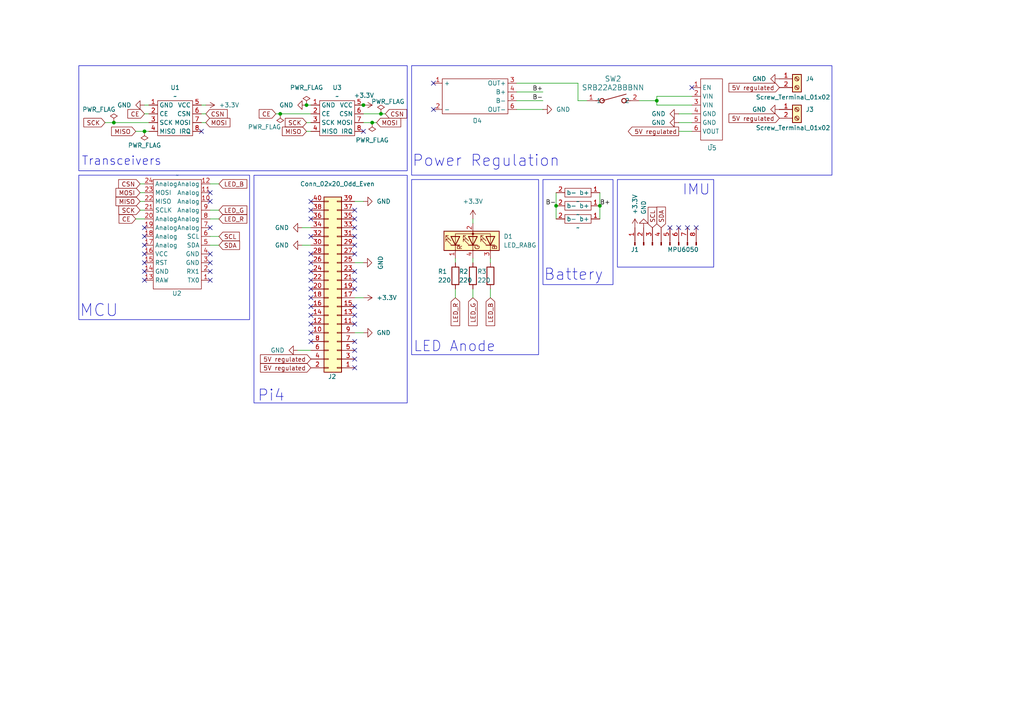
<source format=kicad_sch>
(kicad_sch
	(version 20231120)
	(generator "eeschema")
	(generator_version "8.0")
	(uuid "f333c9e7-5eac-4368-8e6e-7f47fd2582f9")
	(paper "A4")
	(title_block
		(title "StringsVR-Power")
		(date "2024-06-24")
		(rev "v1")
		(company "StringsVR")
		(comment 1 "Designed by Sheepy https://github.com/Sheepy3/")
		(comment 3 "Fully Integrated PCB for StringsVR.")
		(comment 4 "https://github.com/StringsVR/StringsVR")
	)
	(lib_symbols
		(symbol "18650:18650"
			(exclude_from_sim no)
			(in_bom yes)
			(on_board yes)
			(property "Reference" "U"
				(at 0 0 0)
				(effects
					(font
						(size 1.27 1.27)
					)
				)
			)
			(property "Value" ""
				(at 0 0 0)
				(effects
					(font
						(size 1.27 1.27)
					)
				)
			)
			(property "Footprint" ""
				(at 0 0 0)
				(effects
					(font
						(size 1.27 1.27)
					)
					(hide yes)
				)
			)
			(property "Datasheet" ""
				(at 0 0 0)
				(effects
					(font
						(size 1.27 1.27)
					)
					(hide yes)
				)
			)
			(property "Description" ""
				(at 0 0 0)
				(effects
					(font
						(size 1.27 1.27)
					)
					(hide yes)
				)
			)
			(symbol "18650_0_1"
				(rectangle
					(start 11.43 -1.27)
					(end 3.81 -3.81)
					(stroke
						(width 0)
						(type default)
					)
					(fill
						(type none)
					)
				)
			)
			(symbol "18650_1_1"
				(pin power_out line
					(at 1.27 -2.54 0)
					(length 2.54)
					(name "b+"
						(effects
							(font
								(size 1.27 1.27)
							)
						)
					)
					(number "1"
						(effects
							(font
								(size 1.27 1.27)
							)
						)
					)
				)
				(pin passive line
					(at 13.97 -2.54 180)
					(length 2.54)
					(name "b-"
						(effects
							(font
								(size 1.27 1.27)
							)
						)
					)
					(number "2"
						(effects
							(font
								(size 1.27 1.27)
							)
						)
					)
				)
			)
		)
		(symbol "Arduino:Pro_Micro"
			(exclude_from_sim no)
			(in_bom yes)
			(on_board yes)
			(property "Reference" "U"
				(at 0 -6.35 0)
				(effects
					(font
						(size 1.27 1.27)
					)
				)
			)
			(property "Value" ""
				(at 0 -6.35 0)
				(effects
					(font
						(size 1.27 1.27)
					)
				)
			)
			(property "Footprint" ""
				(at 0 -6.35 0)
				(effects
					(font
						(size 1.27 1.27)
					)
					(hide yes)
				)
			)
			(property "Datasheet" ""
				(at 0 -6.35 0)
				(effects
					(font
						(size 1.27 1.27)
					)
					(hide yes)
				)
			)
			(property "Description" ""
				(at 0 -6.35 0)
				(effects
					(font
						(size 1.27 1.27)
					)
					(hide yes)
				)
			)
			(symbol "Pro_Micro_0_1"
				(rectangle
					(start -6.35 2.54)
					(end 25.4 -11.43)
					(stroke
						(width 0)
						(type default)
					)
					(fill
						(type none)
					)
				)
			)
			(symbol "Pro_Micro_1_1"
				(pin input line
					(at -3.81 -13.97 90)
					(length 2.54)
					(name "TX0"
						(effects
							(font
								(size 1.27 1.27)
							)
						)
					)
					(number "1"
						(effects
							(font
								(size 1.27 1.27)
							)
						)
					)
				)
				(pin input line
					(at 19.05 -13.97 90)
					(length 2.54)
					(name "Analog"
						(effects
							(font
								(size 1.27 1.27)
							)
						)
					)
					(number "10"
						(effects
							(font
								(size 1.27 1.27)
							)
						)
					)
				)
				(pin input line
					(at 21.59 -13.97 90)
					(length 2.54)
					(name "Analog"
						(effects
							(font
								(size 1.27 1.27)
							)
						)
					)
					(number "11"
						(effects
							(font
								(size 1.27 1.27)
							)
						)
					)
				)
				(pin input line
					(at 24.13 -13.97 90)
					(length 2.54)
					(name "Analog"
						(effects
							(font
								(size 1.27 1.27)
							)
						)
					)
					(number "12"
						(effects
							(font
								(size 1.27 1.27)
							)
						)
					)
				)
				(pin input line
					(at -3.81 5.08 270)
					(length 2.54)
					(name "RAW"
						(effects
							(font
								(size 1.27 1.27)
							)
						)
					)
					(number "13"
						(effects
							(font
								(size 1.27 1.27)
							)
						)
					)
				)
				(pin input line
					(at -1.27 5.08 270)
					(length 2.54)
					(name "GND"
						(effects
							(font
								(size 1.27 1.27)
							)
						)
					)
					(number "14"
						(effects
							(font
								(size 1.27 1.27)
							)
						)
					)
				)
				(pin input line
					(at 1.27 5.08 270)
					(length 2.54)
					(name "RST"
						(effects
							(font
								(size 1.27 1.27)
							)
						)
					)
					(number "15"
						(effects
							(font
								(size 1.27 1.27)
							)
						)
					)
				)
				(pin input line
					(at 3.81 5.08 270)
					(length 2.54)
					(name "VCC"
						(effects
							(font
								(size 1.27 1.27)
							)
						)
					)
					(number "16"
						(effects
							(font
								(size 1.27 1.27)
							)
						)
					)
				)
				(pin input line
					(at 6.35 5.08 270)
					(length 2.54)
					(name "Analog"
						(effects
							(font
								(size 1.27 1.27)
							)
						)
					)
					(number "17"
						(effects
							(font
								(size 1.27 1.27)
							)
						)
					)
				)
				(pin input line
					(at 8.89 5.08 270)
					(length 2.54)
					(name "Analog"
						(effects
							(font
								(size 1.27 1.27)
							)
						)
					)
					(number "18"
						(effects
							(font
								(size 1.27 1.27)
							)
						)
					)
				)
				(pin input line
					(at 11.43 5.08 270)
					(length 2.54)
					(name "Analog"
						(effects
							(font
								(size 1.27 1.27)
							)
						)
					)
					(number "19"
						(effects
							(font
								(size 1.27 1.27)
							)
						)
					)
				)
				(pin input line
					(at -1.27 -13.97 90)
					(length 2.54)
					(name "RX1"
						(effects
							(font
								(size 1.27 1.27)
							)
						)
					)
					(number "2"
						(effects
							(font
								(size 1.27 1.27)
							)
						)
					)
				)
				(pin input line
					(at 13.97 5.08 270)
					(length 2.54)
					(name "Analog"
						(effects
							(font
								(size 1.27 1.27)
							)
						)
					)
					(number "20"
						(effects
							(font
								(size 1.27 1.27)
							)
						)
					)
				)
				(pin input line
					(at 16.51 5.08 270)
					(length 2.54)
					(name "SCLK"
						(effects
							(font
								(size 1.27 1.27)
							)
						)
					)
					(number "21"
						(effects
							(font
								(size 1.27 1.27)
							)
						)
					)
				)
				(pin input line
					(at 19.05 5.08 270)
					(length 2.54)
					(name "MISO"
						(effects
							(font
								(size 1.27 1.27)
							)
						)
					)
					(number "22"
						(effects
							(font
								(size 1.27 1.27)
							)
						)
					)
				)
				(pin input line
					(at 21.59 5.08 270)
					(length 2.54)
					(name "MOSI"
						(effects
							(font
								(size 1.27 1.27)
							)
						)
					)
					(number "23"
						(effects
							(font
								(size 1.27 1.27)
							)
						)
					)
				)
				(pin input line
					(at 24.13 5.08 270)
					(length 2.54)
					(name "Analog"
						(effects
							(font
								(size 1.27 1.27)
							)
						)
					)
					(number "24"
						(effects
							(font
								(size 1.27 1.27)
							)
						)
					)
				)
				(pin input line
					(at 1.27 -13.97 90)
					(length 2.54)
					(name "GND"
						(effects
							(font
								(size 1.27 1.27)
							)
						)
					)
					(number "3"
						(effects
							(font
								(size 1.27 1.27)
							)
						)
					)
				)
				(pin input line
					(at 3.81 -13.97 90)
					(length 2.54)
					(name "GND"
						(effects
							(font
								(size 1.27 1.27)
							)
						)
					)
					(number "4"
						(effects
							(font
								(size 1.27 1.27)
							)
						)
					)
				)
				(pin input line
					(at 6.35 -13.97 90)
					(length 2.54)
					(name "SDA"
						(effects
							(font
								(size 1.27 1.27)
							)
						)
					)
					(number "5"
						(effects
							(font
								(size 1.27 1.27)
							)
						)
					)
				)
				(pin input line
					(at 8.89 -13.97 90)
					(length 2.54)
					(name "SCL"
						(effects
							(font
								(size 1.27 1.27)
							)
						)
					)
					(number "6"
						(effects
							(font
								(size 1.27 1.27)
							)
						)
					)
				)
				(pin input line
					(at 11.43 -13.97 90)
					(length 2.54)
					(name "Analog"
						(effects
							(font
								(size 1.27 1.27)
							)
						)
					)
					(number "7"
						(effects
							(font
								(size 1.27 1.27)
							)
						)
					)
				)
				(pin input line
					(at 13.97 -13.97 90)
					(length 2.54)
					(name "Analog"
						(effects
							(font
								(size 1.27 1.27)
							)
						)
					)
					(number "8"
						(effects
							(font
								(size 1.27 1.27)
							)
						)
					)
				)
				(pin input line
					(at 16.51 -13.97 90)
					(length 2.54)
					(name "Analog"
						(effects
							(font
								(size 1.27 1.27)
							)
						)
					)
					(number "9"
						(effects
							(font
								(size 1.27 1.27)
							)
						)
					)
				)
			)
		)
		(symbol "Arduino:nRF24L01"
			(exclude_from_sim no)
			(in_bom yes)
			(on_board yes)
			(property "Reference" "U"
				(at 0 0 0)
				(effects
					(font
						(size 1.27 1.27)
					)
				)
			)
			(property "Value" ""
				(at 0 0 0)
				(effects
					(font
						(size 1.27 1.27)
					)
				)
			)
			(property "Footprint" ""
				(at 0 0 0)
				(effects
					(font
						(size 1.27 1.27)
					)
					(hide yes)
				)
			)
			(property "Datasheet" ""
				(at 0 0 0)
				(effects
					(font
						(size 1.27 1.27)
					)
					(hide yes)
				)
			)
			(property "Description" ""
				(at 0 0 0)
				(effects
					(font
						(size 1.27 1.27)
					)
					(hide yes)
				)
			)
			(symbol "nRF24L01_0_1"
				(rectangle
					(start 10.16 -2.54)
					(end 0 -12.7)
					(stroke
						(width 0)
						(type default)
					)
					(fill
						(type none)
					)
				)
			)
			(symbol "nRF24L01_1_1"
				(pin input line
					(at -2.54 -3.81 0)
					(length 2.54)
					(name "GND"
						(effects
							(font
								(size 1.27 1.27)
							)
						)
					)
					(number "1"
						(effects
							(font
								(size 1.27 1.27)
							)
						)
					)
				)
				(pin input line
					(at -2.54 -6.35 0)
					(length 2.54)
					(name "CE"
						(effects
							(font
								(size 1.27 1.27)
							)
						)
					)
					(number "2"
						(effects
							(font
								(size 1.27 1.27)
							)
						)
					)
				)
				(pin input line
					(at -2.54 -8.89 0)
					(length 2.54)
					(name "SCK"
						(effects
							(font
								(size 1.27 1.27)
							)
						)
					)
					(number "3"
						(effects
							(font
								(size 1.27 1.27)
							)
						)
					)
				)
				(pin input line
					(at -2.54 -11.43 0)
					(length 2.54)
					(name "MISO"
						(effects
							(font
								(size 1.27 1.27)
							)
						)
					)
					(number "4"
						(effects
							(font
								(size 1.27 1.27)
							)
						)
					)
				)
				(pin input line
					(at 12.7 -3.81 180)
					(length 2.54)
					(name "VCC"
						(effects
							(font
								(size 1.27 1.27)
							)
						)
					)
					(number "5"
						(effects
							(font
								(size 1.27 1.27)
							)
						)
					)
				)
				(pin input line
					(at 12.7 -6.35 180)
					(length 2.54)
					(name "CSN"
						(effects
							(font
								(size 1.27 1.27)
							)
						)
					)
					(number "6"
						(effects
							(font
								(size 1.27 1.27)
							)
						)
					)
				)
				(pin input line
					(at 12.7 -8.89 180)
					(length 2.54)
					(name "MOSI"
						(effects
							(font
								(size 1.27 1.27)
							)
						)
					)
					(number "7"
						(effects
							(font
								(size 1.27 1.27)
							)
						)
					)
				)
				(pin input line
					(at 12.7 -11.43 180)
					(length 2.54)
					(name "IRQ"
						(effects
							(font
								(size 1.27 1.27)
							)
						)
					)
					(number "8"
						(effects
							(font
								(size 1.27 1.27)
							)
						)
					)
				)
			)
		)
		(symbol "Connector:Conn_01x08_Pin"
			(pin_names
				(offset 1.016) hide)
			(exclude_from_sim no)
			(in_bom yes)
			(on_board yes)
			(property "Reference" "J"
				(at 0 10.16 0)
				(effects
					(font
						(size 1.27 1.27)
					)
				)
			)
			(property "Value" "Conn_01x08_Pin"
				(at 0 -12.7 0)
				(effects
					(font
						(size 1.27 1.27)
					)
				)
			)
			(property "Footprint" ""
				(at 0 0 0)
				(effects
					(font
						(size 1.27 1.27)
					)
					(hide yes)
				)
			)
			(property "Datasheet" "~"
				(at 0 0 0)
				(effects
					(font
						(size 1.27 1.27)
					)
					(hide yes)
				)
			)
			(property "Description" "Generic connector, single row, 01x08, script generated"
				(at 0 0 0)
				(effects
					(font
						(size 1.27 1.27)
					)
					(hide yes)
				)
			)
			(property "ki_locked" ""
				(at 0 0 0)
				(effects
					(font
						(size 1.27 1.27)
					)
				)
			)
			(property "ki_keywords" "connector"
				(at 0 0 0)
				(effects
					(font
						(size 1.27 1.27)
					)
					(hide yes)
				)
			)
			(property "ki_fp_filters" "Connector*:*_1x??_*"
				(at 0 0 0)
				(effects
					(font
						(size 1.27 1.27)
					)
					(hide yes)
				)
			)
			(symbol "Conn_01x08_Pin_1_1"
				(polyline
					(pts
						(xy 1.27 -10.16) (xy 0.8636 -10.16)
					)
					(stroke
						(width 0.1524)
						(type default)
					)
					(fill
						(type none)
					)
				)
				(polyline
					(pts
						(xy 1.27 -7.62) (xy 0.8636 -7.62)
					)
					(stroke
						(width 0.1524)
						(type default)
					)
					(fill
						(type none)
					)
				)
				(polyline
					(pts
						(xy 1.27 -5.08) (xy 0.8636 -5.08)
					)
					(stroke
						(width 0.1524)
						(type default)
					)
					(fill
						(type none)
					)
				)
				(polyline
					(pts
						(xy 1.27 -2.54) (xy 0.8636 -2.54)
					)
					(stroke
						(width 0.1524)
						(type default)
					)
					(fill
						(type none)
					)
				)
				(polyline
					(pts
						(xy 1.27 0) (xy 0.8636 0)
					)
					(stroke
						(width 0.1524)
						(type default)
					)
					(fill
						(type none)
					)
				)
				(polyline
					(pts
						(xy 1.27 2.54) (xy 0.8636 2.54)
					)
					(stroke
						(width 0.1524)
						(type default)
					)
					(fill
						(type none)
					)
				)
				(polyline
					(pts
						(xy 1.27 5.08) (xy 0.8636 5.08)
					)
					(stroke
						(width 0.1524)
						(type default)
					)
					(fill
						(type none)
					)
				)
				(polyline
					(pts
						(xy 1.27 7.62) (xy 0.8636 7.62)
					)
					(stroke
						(width 0.1524)
						(type default)
					)
					(fill
						(type none)
					)
				)
				(rectangle
					(start 0.8636 -10.033)
					(end 0 -10.287)
					(stroke
						(width 0.1524)
						(type default)
					)
					(fill
						(type outline)
					)
				)
				(rectangle
					(start 0.8636 -7.493)
					(end 0 -7.747)
					(stroke
						(width 0.1524)
						(type default)
					)
					(fill
						(type outline)
					)
				)
				(rectangle
					(start 0.8636 -4.953)
					(end 0 -5.207)
					(stroke
						(width 0.1524)
						(type default)
					)
					(fill
						(type outline)
					)
				)
				(rectangle
					(start 0.8636 -2.413)
					(end 0 -2.667)
					(stroke
						(width 0.1524)
						(type default)
					)
					(fill
						(type outline)
					)
				)
				(rectangle
					(start 0.8636 0.127)
					(end 0 -0.127)
					(stroke
						(width 0.1524)
						(type default)
					)
					(fill
						(type outline)
					)
				)
				(rectangle
					(start 0.8636 2.667)
					(end 0 2.413)
					(stroke
						(width 0.1524)
						(type default)
					)
					(fill
						(type outline)
					)
				)
				(rectangle
					(start 0.8636 5.207)
					(end 0 4.953)
					(stroke
						(width 0.1524)
						(type default)
					)
					(fill
						(type outline)
					)
				)
				(rectangle
					(start 0.8636 7.747)
					(end 0 7.493)
					(stroke
						(width 0.1524)
						(type default)
					)
					(fill
						(type outline)
					)
				)
				(pin passive line
					(at 5.08 7.62 180)
					(length 3.81)
					(name "Pin_1"
						(effects
							(font
								(size 1.27 1.27)
							)
						)
					)
					(number "1"
						(effects
							(font
								(size 1.27 1.27)
							)
						)
					)
				)
				(pin passive line
					(at 5.08 5.08 180)
					(length 3.81)
					(name "Pin_2"
						(effects
							(font
								(size 1.27 1.27)
							)
						)
					)
					(number "2"
						(effects
							(font
								(size 1.27 1.27)
							)
						)
					)
				)
				(pin passive line
					(at 5.08 2.54 180)
					(length 3.81)
					(name "Pin_3"
						(effects
							(font
								(size 1.27 1.27)
							)
						)
					)
					(number "3"
						(effects
							(font
								(size 1.27 1.27)
							)
						)
					)
				)
				(pin passive line
					(at 5.08 0 180)
					(length 3.81)
					(name "Pin_4"
						(effects
							(font
								(size 1.27 1.27)
							)
						)
					)
					(number "4"
						(effects
							(font
								(size 1.27 1.27)
							)
						)
					)
				)
				(pin passive line
					(at 5.08 -2.54 180)
					(length 3.81)
					(name "Pin_5"
						(effects
							(font
								(size 1.27 1.27)
							)
						)
					)
					(number "5"
						(effects
							(font
								(size 1.27 1.27)
							)
						)
					)
				)
				(pin passive line
					(at 5.08 -5.08 180)
					(length 3.81)
					(name "Pin_6"
						(effects
							(font
								(size 1.27 1.27)
							)
						)
					)
					(number "6"
						(effects
							(font
								(size 1.27 1.27)
							)
						)
					)
				)
				(pin passive line
					(at 5.08 -7.62 180)
					(length 3.81)
					(name "Pin_7"
						(effects
							(font
								(size 1.27 1.27)
							)
						)
					)
					(number "7"
						(effects
							(font
								(size 1.27 1.27)
							)
						)
					)
				)
				(pin passive line
					(at 5.08 -10.16 180)
					(length 3.81)
					(name "Pin_8"
						(effects
							(font
								(size 1.27 1.27)
							)
						)
					)
					(number "8"
						(effects
							(font
								(size 1.27 1.27)
							)
						)
					)
				)
			)
		)
		(symbol "Connector:Screw_Terminal_01x02"
			(pin_names
				(offset 1.016) hide)
			(exclude_from_sim no)
			(in_bom yes)
			(on_board yes)
			(property "Reference" "J"
				(at 0 2.54 0)
				(effects
					(font
						(size 1.27 1.27)
					)
				)
			)
			(property "Value" "Screw_Terminal_01x02"
				(at 0 -5.08 0)
				(effects
					(font
						(size 1.27 1.27)
					)
				)
			)
			(property "Footprint" ""
				(at 0 0 0)
				(effects
					(font
						(size 1.27 1.27)
					)
					(hide yes)
				)
			)
			(property "Datasheet" "~"
				(at 0 0 0)
				(effects
					(font
						(size 1.27 1.27)
					)
					(hide yes)
				)
			)
			(property "Description" "Generic screw terminal, single row, 01x02, script generated (kicad-library-utils/schlib/autogen/connector/)"
				(at 0 0 0)
				(effects
					(font
						(size 1.27 1.27)
					)
					(hide yes)
				)
			)
			(property "ki_keywords" "screw terminal"
				(at 0 0 0)
				(effects
					(font
						(size 1.27 1.27)
					)
					(hide yes)
				)
			)
			(property "ki_fp_filters" "TerminalBlock*:*"
				(at 0 0 0)
				(effects
					(font
						(size 1.27 1.27)
					)
					(hide yes)
				)
			)
			(symbol "Screw_Terminal_01x02_1_1"
				(rectangle
					(start -1.27 1.27)
					(end 1.27 -3.81)
					(stroke
						(width 0.254)
						(type default)
					)
					(fill
						(type background)
					)
				)
				(circle
					(center 0 -2.54)
					(radius 0.635)
					(stroke
						(width 0.1524)
						(type default)
					)
					(fill
						(type none)
					)
				)
				(polyline
					(pts
						(xy -0.5334 -2.2098) (xy 0.3302 -3.048)
					)
					(stroke
						(width 0.1524)
						(type default)
					)
					(fill
						(type none)
					)
				)
				(polyline
					(pts
						(xy -0.5334 0.3302) (xy 0.3302 -0.508)
					)
					(stroke
						(width 0.1524)
						(type default)
					)
					(fill
						(type none)
					)
				)
				(polyline
					(pts
						(xy -0.3556 -2.032) (xy 0.508 -2.8702)
					)
					(stroke
						(width 0.1524)
						(type default)
					)
					(fill
						(type none)
					)
				)
				(polyline
					(pts
						(xy -0.3556 0.508) (xy 0.508 -0.3302)
					)
					(stroke
						(width 0.1524)
						(type default)
					)
					(fill
						(type none)
					)
				)
				(circle
					(center 0 0)
					(radius 0.635)
					(stroke
						(width 0.1524)
						(type default)
					)
					(fill
						(type none)
					)
				)
				(pin passive line
					(at -5.08 0 0)
					(length 3.81)
					(name "Pin_1"
						(effects
							(font
								(size 1.27 1.27)
							)
						)
					)
					(number "1"
						(effects
							(font
								(size 1.27 1.27)
							)
						)
					)
				)
				(pin passive line
					(at -5.08 -2.54 0)
					(length 3.81)
					(name "Pin_2"
						(effects
							(font
								(size 1.27 1.27)
							)
						)
					)
					(number "2"
						(effects
							(font
								(size 1.27 1.27)
							)
						)
					)
				)
			)
		)
		(symbol "Connector_Generic:Conn_02x20_Odd_Even"
			(pin_names
				(offset 1.016) hide)
			(exclude_from_sim no)
			(in_bom yes)
			(on_board yes)
			(property "Reference" "J"
				(at 1.27 25.4 0)
				(effects
					(font
						(size 1.27 1.27)
					)
				)
			)
			(property "Value" "Conn_02x20_Odd_Even"
				(at 1.27 -27.94 0)
				(effects
					(font
						(size 1.27 1.27)
					)
				)
			)
			(property "Footprint" ""
				(at 0 0 0)
				(effects
					(font
						(size 1.27 1.27)
					)
					(hide yes)
				)
			)
			(property "Datasheet" "~"
				(at 0 0 0)
				(effects
					(font
						(size 1.27 1.27)
					)
					(hide yes)
				)
			)
			(property "Description" "Generic connector, double row, 02x20, odd/even pin numbering scheme (row 1 odd numbers, row 2 even numbers), script generated (kicad-library-utils/schlib/autogen/connector/)"
				(at 0 0 0)
				(effects
					(font
						(size 1.27 1.27)
					)
					(hide yes)
				)
			)
			(property "ki_keywords" "connector"
				(at 0 0 0)
				(effects
					(font
						(size 1.27 1.27)
					)
					(hide yes)
				)
			)
			(property "ki_fp_filters" "Connector*:*_2x??_*"
				(at 0 0 0)
				(effects
					(font
						(size 1.27 1.27)
					)
					(hide yes)
				)
			)
			(symbol "Conn_02x20_Odd_Even_1_1"
				(rectangle
					(start -1.27 -25.273)
					(end 0 -25.527)
					(stroke
						(width 0.1524)
						(type default)
					)
					(fill
						(type none)
					)
				)
				(rectangle
					(start -1.27 -22.733)
					(end 0 -22.987)
					(stroke
						(width 0.1524)
						(type default)
					)
					(fill
						(type none)
					)
				)
				(rectangle
					(start -1.27 -20.193)
					(end 0 -20.447)
					(stroke
						(width 0.1524)
						(type default)
					)
					(fill
						(type none)
					)
				)
				(rectangle
					(start -1.27 -17.653)
					(end 0 -17.907)
					(stroke
						(width 0.1524)
						(type default)
					)
					(fill
						(type none)
					)
				)
				(rectangle
					(start -1.27 -15.113)
					(end 0 -15.367)
					(stroke
						(width 0.1524)
						(type default)
					)
					(fill
						(type none)
					)
				)
				(rectangle
					(start -1.27 -12.573)
					(end 0 -12.827)
					(stroke
						(width 0.1524)
						(type default)
					)
					(fill
						(type none)
					)
				)
				(rectangle
					(start -1.27 -10.033)
					(end 0 -10.287)
					(stroke
						(width 0.1524)
						(type default)
					)
					(fill
						(type none)
					)
				)
				(rectangle
					(start -1.27 -7.493)
					(end 0 -7.747)
					(stroke
						(width 0.1524)
						(type default)
					)
					(fill
						(type none)
					)
				)
				(rectangle
					(start -1.27 -4.953)
					(end 0 -5.207)
					(stroke
						(width 0.1524)
						(type default)
					)
					(fill
						(type none)
					)
				)
				(rectangle
					(start -1.27 -2.413)
					(end 0 -2.667)
					(stroke
						(width 0.1524)
						(type default)
					)
					(fill
						(type none)
					)
				)
				(rectangle
					(start -1.27 0.127)
					(end 0 -0.127)
					(stroke
						(width 0.1524)
						(type default)
					)
					(fill
						(type none)
					)
				)
				(rectangle
					(start -1.27 2.667)
					(end 0 2.413)
					(stroke
						(width 0.1524)
						(type default)
					)
					(fill
						(type none)
					)
				)
				(rectangle
					(start -1.27 5.207)
					(end 0 4.953)
					(stroke
						(width 0.1524)
						(type default)
					)
					(fill
						(type none)
					)
				)
				(rectangle
					(start -1.27 7.747)
					(end 0 7.493)
					(stroke
						(width 0.1524)
						(type default)
					)
					(fill
						(type none)
					)
				)
				(rectangle
					(start -1.27 10.287)
					(end 0 10.033)
					(stroke
						(width 0.1524)
						(type default)
					)
					(fill
						(type none)
					)
				)
				(rectangle
					(start -1.27 12.827)
					(end 0 12.573)
					(stroke
						(width 0.1524)
						(type default)
					)
					(fill
						(type none)
					)
				)
				(rectangle
					(start -1.27 15.367)
					(end 0 15.113)
					(stroke
						(width 0.1524)
						(type default)
					)
					(fill
						(type none)
					)
				)
				(rectangle
					(start -1.27 17.907)
					(end 0 17.653)
					(stroke
						(width 0.1524)
						(type default)
					)
					(fill
						(type none)
					)
				)
				(rectangle
					(start -1.27 20.447)
					(end 0 20.193)
					(stroke
						(width 0.1524)
						(type default)
					)
					(fill
						(type none)
					)
				)
				(rectangle
					(start -1.27 22.987)
					(end 0 22.733)
					(stroke
						(width 0.1524)
						(type default)
					)
					(fill
						(type none)
					)
				)
				(rectangle
					(start -1.27 24.13)
					(end 3.81 -26.67)
					(stroke
						(width 0.254)
						(type default)
					)
					(fill
						(type background)
					)
				)
				(rectangle
					(start 3.81 -25.273)
					(end 2.54 -25.527)
					(stroke
						(width 0.1524)
						(type default)
					)
					(fill
						(type none)
					)
				)
				(rectangle
					(start 3.81 -22.733)
					(end 2.54 -22.987)
					(stroke
						(width 0.1524)
						(type default)
					)
					(fill
						(type none)
					)
				)
				(rectangle
					(start 3.81 -20.193)
					(end 2.54 -20.447)
					(stroke
						(width 0.1524)
						(type default)
					)
					(fill
						(type none)
					)
				)
				(rectangle
					(start 3.81 -17.653)
					(end 2.54 -17.907)
					(stroke
						(width 0.1524)
						(type default)
					)
					(fill
						(type none)
					)
				)
				(rectangle
					(start 3.81 -15.113)
					(end 2.54 -15.367)
					(stroke
						(width 0.1524)
						(type default)
					)
					(fill
						(type none)
					)
				)
				(rectangle
					(start 3.81 -12.573)
					(end 2.54 -12.827)
					(stroke
						(width 0.1524)
						(type default)
					)
					(fill
						(type none)
					)
				)
				(rectangle
					(start 3.81 -10.033)
					(end 2.54 -10.287)
					(stroke
						(width 0.1524)
						(type default)
					)
					(fill
						(type none)
					)
				)
				(rectangle
					(start 3.81 -7.493)
					(end 2.54 -7.747)
					(stroke
						(width 0.1524)
						(type default)
					)
					(fill
						(type none)
					)
				)
				(rectangle
					(start 3.81 -4.953)
					(end 2.54 -5.207)
					(stroke
						(width 0.1524)
						(type default)
					)
					(fill
						(type none)
					)
				)
				(rectangle
					(start 3.81 -2.413)
					(end 2.54 -2.667)
					(stroke
						(width 0.1524)
						(type default)
					)
					(fill
						(type none)
					)
				)
				(rectangle
					(start 3.81 0.127)
					(end 2.54 -0.127)
					(stroke
						(width 0.1524)
						(type default)
					)
					(fill
						(type none)
					)
				)
				(rectangle
					(start 3.81 2.667)
					(end 2.54 2.413)
					(stroke
						(width 0.1524)
						(type default)
					)
					(fill
						(type none)
					)
				)
				(rectangle
					(start 3.81 5.207)
					(end 2.54 4.953)
					(stroke
						(width 0.1524)
						(type default)
					)
					(fill
						(type none)
					)
				)
				(rectangle
					(start 3.81 7.747)
					(end 2.54 7.493)
					(stroke
						(width 0.1524)
						(type default)
					)
					(fill
						(type none)
					)
				)
				(rectangle
					(start 3.81 10.287)
					(end 2.54 10.033)
					(stroke
						(width 0.1524)
						(type default)
					)
					(fill
						(type none)
					)
				)
				(rectangle
					(start 3.81 12.827)
					(end 2.54 12.573)
					(stroke
						(width 0.1524)
						(type default)
					)
					(fill
						(type none)
					)
				)
				(rectangle
					(start 3.81 15.367)
					(end 2.54 15.113)
					(stroke
						(width 0.1524)
						(type default)
					)
					(fill
						(type none)
					)
				)
				(rectangle
					(start 3.81 17.907)
					(end 2.54 17.653)
					(stroke
						(width 0.1524)
						(type default)
					)
					(fill
						(type none)
					)
				)
				(rectangle
					(start 3.81 20.447)
					(end 2.54 20.193)
					(stroke
						(width 0.1524)
						(type default)
					)
					(fill
						(type none)
					)
				)
				(rectangle
					(start 3.81 22.987)
					(end 2.54 22.733)
					(stroke
						(width 0.1524)
						(type default)
					)
					(fill
						(type none)
					)
				)
				(pin passive line
					(at -5.08 22.86 0)
					(length 3.81)
					(name "Pin_1"
						(effects
							(font
								(size 1.27 1.27)
							)
						)
					)
					(number "1"
						(effects
							(font
								(size 1.27 1.27)
							)
						)
					)
				)
				(pin passive line
					(at 7.62 12.7 180)
					(length 3.81)
					(name "Pin_10"
						(effects
							(font
								(size 1.27 1.27)
							)
						)
					)
					(number "10"
						(effects
							(font
								(size 1.27 1.27)
							)
						)
					)
				)
				(pin passive line
					(at -5.08 10.16 0)
					(length 3.81)
					(name "Pin_11"
						(effects
							(font
								(size 1.27 1.27)
							)
						)
					)
					(number "11"
						(effects
							(font
								(size 1.27 1.27)
							)
						)
					)
				)
				(pin passive line
					(at 7.62 10.16 180)
					(length 3.81)
					(name "Pin_12"
						(effects
							(font
								(size 1.27 1.27)
							)
						)
					)
					(number "12"
						(effects
							(font
								(size 1.27 1.27)
							)
						)
					)
				)
				(pin passive line
					(at -5.08 7.62 0)
					(length 3.81)
					(name "Pin_13"
						(effects
							(font
								(size 1.27 1.27)
							)
						)
					)
					(number "13"
						(effects
							(font
								(size 1.27 1.27)
							)
						)
					)
				)
				(pin passive line
					(at 7.62 7.62 180)
					(length 3.81)
					(name "Pin_14"
						(effects
							(font
								(size 1.27 1.27)
							)
						)
					)
					(number "14"
						(effects
							(font
								(size 1.27 1.27)
							)
						)
					)
				)
				(pin passive line
					(at -5.08 5.08 0)
					(length 3.81)
					(name "Pin_15"
						(effects
							(font
								(size 1.27 1.27)
							)
						)
					)
					(number "15"
						(effects
							(font
								(size 1.27 1.27)
							)
						)
					)
				)
				(pin passive line
					(at 7.62 5.08 180)
					(length 3.81)
					(name "Pin_16"
						(effects
							(font
								(size 1.27 1.27)
							)
						)
					)
					(number "16"
						(effects
							(font
								(size 1.27 1.27)
							)
						)
					)
				)
				(pin passive line
					(at -5.08 2.54 0)
					(length 3.81)
					(name "Pin_17"
						(effects
							(font
								(size 1.27 1.27)
							)
						)
					)
					(number "17"
						(effects
							(font
								(size 1.27 1.27)
							)
						)
					)
				)
				(pin passive line
					(at 7.62 2.54 180)
					(length 3.81)
					(name "Pin_18"
						(effects
							(font
								(size 1.27 1.27)
							)
						)
					)
					(number "18"
						(effects
							(font
								(size 1.27 1.27)
							)
						)
					)
				)
				(pin passive line
					(at -5.08 0 0)
					(length 3.81)
					(name "Pin_19"
						(effects
							(font
								(size 1.27 1.27)
							)
						)
					)
					(number "19"
						(effects
							(font
								(size 1.27 1.27)
							)
						)
					)
				)
				(pin passive line
					(at 7.62 22.86 180)
					(length 3.81)
					(name "Pin_2"
						(effects
							(font
								(size 1.27 1.27)
							)
						)
					)
					(number "2"
						(effects
							(font
								(size 1.27 1.27)
							)
						)
					)
				)
				(pin passive line
					(at 7.62 0 180)
					(length 3.81)
					(name "Pin_20"
						(effects
							(font
								(size 1.27 1.27)
							)
						)
					)
					(number "20"
						(effects
							(font
								(size 1.27 1.27)
							)
						)
					)
				)
				(pin passive line
					(at -5.08 -2.54 0)
					(length 3.81)
					(name "Pin_21"
						(effects
							(font
								(size 1.27 1.27)
							)
						)
					)
					(number "21"
						(effects
							(font
								(size 1.27 1.27)
							)
						)
					)
				)
				(pin passive line
					(at 7.62 -2.54 180)
					(length 3.81)
					(name "Pin_22"
						(effects
							(font
								(size 1.27 1.27)
							)
						)
					)
					(number "22"
						(effects
							(font
								(size 1.27 1.27)
							)
						)
					)
				)
				(pin passive line
					(at -5.08 -5.08 0)
					(length 3.81)
					(name "Pin_23"
						(effects
							(font
								(size 1.27 1.27)
							)
						)
					)
					(number "23"
						(effects
							(font
								(size 1.27 1.27)
							)
						)
					)
				)
				(pin passive line
					(at 7.62 -5.08 180)
					(length 3.81)
					(name "Pin_24"
						(effects
							(font
								(size 1.27 1.27)
							)
						)
					)
					(number "24"
						(effects
							(font
								(size 1.27 1.27)
							)
						)
					)
				)
				(pin passive line
					(at -5.08 -7.62 0)
					(length 3.81)
					(name "Pin_25"
						(effects
							(font
								(size 1.27 1.27)
							)
						)
					)
					(number "25"
						(effects
							(font
								(size 1.27 1.27)
							)
						)
					)
				)
				(pin passive line
					(at 7.62 -7.62 180)
					(length 3.81)
					(name "Pin_26"
						(effects
							(font
								(size 1.27 1.27)
							)
						)
					)
					(number "26"
						(effects
							(font
								(size 1.27 1.27)
							)
						)
					)
				)
				(pin passive line
					(at -5.08 -10.16 0)
					(length 3.81)
					(name "Pin_27"
						(effects
							(font
								(size 1.27 1.27)
							)
						)
					)
					(number "27"
						(effects
							(font
								(size 1.27 1.27)
							)
						)
					)
				)
				(pin passive line
					(at 7.62 -10.16 180)
					(length 3.81)
					(name "Pin_28"
						(effects
							(font
								(size 1.27 1.27)
							)
						)
					)
					(number "28"
						(effects
							(font
								(size 1.27 1.27)
							)
						)
					)
				)
				(pin passive line
					(at -5.08 -12.7 0)
					(length 3.81)
					(name "Pin_29"
						(effects
							(font
								(size 1.27 1.27)
							)
						)
					)
					(number "29"
						(effects
							(font
								(size 1.27 1.27)
							)
						)
					)
				)
				(pin passive line
					(at -5.08 20.32 0)
					(length 3.81)
					(name "Pin_3"
						(effects
							(font
								(size 1.27 1.27)
							)
						)
					)
					(number "3"
						(effects
							(font
								(size 1.27 1.27)
							)
						)
					)
				)
				(pin passive line
					(at 7.62 -12.7 180)
					(length 3.81)
					(name "Pin_30"
						(effects
							(font
								(size 1.27 1.27)
							)
						)
					)
					(number "30"
						(effects
							(font
								(size 1.27 1.27)
							)
						)
					)
				)
				(pin passive line
					(at -5.08 -15.24 0)
					(length 3.81)
					(name "Pin_31"
						(effects
							(font
								(size 1.27 1.27)
							)
						)
					)
					(number "31"
						(effects
							(font
								(size 1.27 1.27)
							)
						)
					)
				)
				(pin passive line
					(at 7.62 -15.24 180)
					(length 3.81)
					(name "Pin_32"
						(effects
							(font
								(size 1.27 1.27)
							)
						)
					)
					(number "32"
						(effects
							(font
								(size 1.27 1.27)
							)
						)
					)
				)
				(pin passive line
					(at -5.08 -17.78 0)
					(length 3.81)
					(name "Pin_33"
						(effects
							(font
								(size 1.27 1.27)
							)
						)
					)
					(number "33"
						(effects
							(font
								(size 1.27 1.27)
							)
						)
					)
				)
				(pin passive line
					(at 7.62 -17.78 180)
					(length 3.81)
					(name "Pin_34"
						(effects
							(font
								(size 1.27 1.27)
							)
						)
					)
					(number "34"
						(effects
							(font
								(size 1.27 1.27)
							)
						)
					)
				)
				(pin passive line
					(at -5.08 -20.32 0)
					(length 3.81)
					(name "Pin_35"
						(effects
							(font
								(size 1.27 1.27)
							)
						)
					)
					(number "35"
						(effects
							(font
								(size 1.27 1.27)
							)
						)
					)
				)
				(pin passive line
					(at 7.62 -20.32 180)
					(length 3.81)
					(name "Pin_36"
						(effects
							(font
								(size 1.27 1.27)
							)
						)
					)
					(number "36"
						(effects
							(font
								(size 1.27 1.27)
							)
						)
					)
				)
				(pin passive line
					(at -5.08 -22.86 0)
					(length 3.81)
					(name "Pin_37"
						(effects
							(font
								(size 1.27 1.27)
							)
						)
					)
					(number "37"
						(effects
							(font
								(size 1.27 1.27)
							)
						)
					)
				)
				(pin passive line
					(at 7.62 -22.86 180)
					(length 3.81)
					(name "Pin_38"
						(effects
							(font
								(size 1.27 1.27)
							)
						)
					)
					(number "38"
						(effects
							(font
								(size 1.27 1.27)
							)
						)
					)
				)
				(pin passive line
					(at -5.08 -25.4 0)
					(length 3.81)
					(name "Pin_39"
						(effects
							(font
								(size 1.27 1.27)
							)
						)
					)
					(number "39"
						(effects
							(font
								(size 1.27 1.27)
							)
						)
					)
				)
				(pin passive line
					(at 7.62 20.32 180)
					(length 3.81)
					(name "Pin_4"
						(effects
							(font
								(size 1.27 1.27)
							)
						)
					)
					(number "4"
						(effects
							(font
								(size 1.27 1.27)
							)
						)
					)
				)
				(pin passive line
					(at 7.62 -25.4 180)
					(length 3.81)
					(name "Pin_40"
						(effects
							(font
								(size 1.27 1.27)
							)
						)
					)
					(number "40"
						(effects
							(font
								(size 1.27 1.27)
							)
						)
					)
				)
				(pin passive line
					(at -5.08 17.78 0)
					(length 3.81)
					(name "Pin_5"
						(effects
							(font
								(size 1.27 1.27)
							)
						)
					)
					(number "5"
						(effects
							(font
								(size 1.27 1.27)
							)
						)
					)
				)
				(pin passive line
					(at 7.62 17.78 180)
					(length 3.81)
					(name "Pin_6"
						(effects
							(font
								(size 1.27 1.27)
							)
						)
					)
					(number "6"
						(effects
							(font
								(size 1.27 1.27)
							)
						)
					)
				)
				(pin passive line
					(at -5.08 15.24 0)
					(length 3.81)
					(name "Pin_7"
						(effects
							(font
								(size 1.27 1.27)
							)
						)
					)
					(number "7"
						(effects
							(font
								(size 1.27 1.27)
							)
						)
					)
				)
				(pin passive line
					(at 7.62 15.24 180)
					(length 3.81)
					(name "Pin_8"
						(effects
							(font
								(size 1.27 1.27)
							)
						)
					)
					(number "8"
						(effects
							(font
								(size 1.27 1.27)
							)
						)
					)
				)
				(pin passive line
					(at -5.08 12.7 0)
					(length 3.81)
					(name "Pin_9"
						(effects
							(font
								(size 1.27 1.27)
							)
						)
					)
					(number "9"
						(effects
							(font
								(size 1.27 1.27)
							)
						)
					)
				)
			)
		)
		(symbol "Device:LED_RABG"
			(pin_names
				(offset 0) hide)
			(exclude_from_sim no)
			(in_bom yes)
			(on_board yes)
			(property "Reference" "D"
				(at 0 9.398 0)
				(effects
					(font
						(size 1.27 1.27)
					)
				)
			)
			(property "Value" "LED_RABG"
				(at 0 -8.89 0)
				(effects
					(font
						(size 1.27 1.27)
					)
				)
			)
			(property "Footprint" ""
				(at 0 -1.27 0)
				(effects
					(font
						(size 1.27 1.27)
					)
					(hide yes)
				)
			)
			(property "Datasheet" "~"
				(at 0 -1.27 0)
				(effects
					(font
						(size 1.27 1.27)
					)
					(hide yes)
				)
			)
			(property "Description" "RGB LED, red/anode/blue/green"
				(at 0 0 0)
				(effects
					(font
						(size 1.27 1.27)
					)
					(hide yes)
				)
			)
			(property "ki_keywords" "LED RGB diode"
				(at 0 0 0)
				(effects
					(font
						(size 1.27 1.27)
					)
					(hide yes)
				)
			)
			(property "ki_fp_filters" "LED* LED_SMD:* LED_THT:*"
				(at 0 0 0)
				(effects
					(font
						(size 1.27 1.27)
					)
					(hide yes)
				)
			)
			(symbol "LED_RABG_0_0"
				(text "B"
					(at -1.905 -6.35 0)
					(effects
						(font
							(size 1.27 1.27)
						)
					)
				)
				(text "G"
					(at -1.905 -1.27 0)
					(effects
						(font
							(size 1.27 1.27)
						)
					)
				)
				(text "R"
					(at -1.905 3.81 0)
					(effects
						(font
							(size 1.27 1.27)
						)
					)
				)
			)
			(symbol "LED_RABG_0_1"
				(polyline
					(pts
						(xy -1.27 -5.08) (xy -2.54 -5.08)
					)
					(stroke
						(width 0)
						(type default)
					)
					(fill
						(type none)
					)
				)
				(polyline
					(pts
						(xy -1.27 -5.08) (xy 1.27 -5.08)
					)
					(stroke
						(width 0)
						(type default)
					)
					(fill
						(type none)
					)
				)
				(polyline
					(pts
						(xy -1.27 -3.81) (xy -1.27 -6.35)
					)
					(stroke
						(width 0.254)
						(type default)
					)
					(fill
						(type none)
					)
				)
				(polyline
					(pts
						(xy -1.27 0) (xy -2.54 0)
					)
					(stroke
						(width 0)
						(type default)
					)
					(fill
						(type none)
					)
				)
				(polyline
					(pts
						(xy -1.27 1.27) (xy -1.27 -1.27)
					)
					(stroke
						(width 0.254)
						(type default)
					)
					(fill
						(type none)
					)
				)
				(polyline
					(pts
						(xy -1.27 5.08) (xy -2.54 5.08)
					)
					(stroke
						(width 0)
						(type default)
					)
					(fill
						(type none)
					)
				)
				(polyline
					(pts
						(xy -1.27 5.08) (xy 1.27 5.08)
					)
					(stroke
						(width 0)
						(type default)
					)
					(fill
						(type none)
					)
				)
				(polyline
					(pts
						(xy -1.27 6.35) (xy -1.27 3.81)
					)
					(stroke
						(width 0.254)
						(type default)
					)
					(fill
						(type none)
					)
				)
				(polyline
					(pts
						(xy 1.27 0) (xy -1.27 0)
					)
					(stroke
						(width 0)
						(type default)
					)
					(fill
						(type none)
					)
				)
				(polyline
					(pts
						(xy 1.27 0) (xy 2.54 0)
					)
					(stroke
						(width 0)
						(type default)
					)
					(fill
						(type none)
					)
				)
				(polyline
					(pts
						(xy -1.27 1.27) (xy -1.27 -1.27) (xy -1.27 -1.27)
					)
					(stroke
						(width 0)
						(type default)
					)
					(fill
						(type none)
					)
				)
				(polyline
					(pts
						(xy -1.27 6.35) (xy -1.27 3.81) (xy -1.27 3.81)
					)
					(stroke
						(width 0)
						(type default)
					)
					(fill
						(type none)
					)
				)
				(polyline
					(pts
						(xy 1.27 -5.08) (xy 2.032 -5.08) (xy 2.032 5.08) (xy 1.27 5.08)
					)
					(stroke
						(width 0)
						(type default)
					)
					(fill
						(type none)
					)
				)
				(polyline
					(pts
						(xy 1.27 -3.81) (xy 1.27 -6.35) (xy -1.27 -5.08) (xy 1.27 -3.81)
					)
					(stroke
						(width 0.254)
						(type default)
					)
					(fill
						(type none)
					)
				)
				(polyline
					(pts
						(xy 1.27 1.27) (xy 1.27 -1.27) (xy -1.27 0) (xy 1.27 1.27)
					)
					(stroke
						(width 0.254)
						(type default)
					)
					(fill
						(type none)
					)
				)
				(polyline
					(pts
						(xy 1.27 6.35) (xy 1.27 3.81) (xy -1.27 5.08) (xy 1.27 6.35)
					)
					(stroke
						(width 0.254)
						(type default)
					)
					(fill
						(type none)
					)
				)
				(polyline
					(pts
						(xy -1.016 -3.81) (xy 0.508 -2.286) (xy -0.254 -2.286) (xy 0.508 -2.286) (xy 0.508 -3.048)
					)
					(stroke
						(width 0)
						(type default)
					)
					(fill
						(type none)
					)
				)
				(polyline
					(pts
						(xy -1.016 1.27) (xy 0.508 2.794) (xy -0.254 2.794) (xy 0.508 2.794) (xy 0.508 2.032)
					)
					(stroke
						(width 0)
						(type default)
					)
					(fill
						(type none)
					)
				)
				(polyline
					(pts
						(xy -1.016 6.35) (xy 0.508 7.874) (xy -0.254 7.874) (xy 0.508 7.874) (xy 0.508 7.112)
					)
					(stroke
						(width 0)
						(type default)
					)
					(fill
						(type none)
					)
				)
				(polyline
					(pts
						(xy 0 -3.81) (xy 1.524 -2.286) (xy 0.762 -2.286) (xy 1.524 -2.286) (xy 1.524 -3.048)
					)
					(stroke
						(width 0)
						(type default)
					)
					(fill
						(type none)
					)
				)
				(polyline
					(pts
						(xy 0 1.27) (xy 1.524 2.794) (xy 0.762 2.794) (xy 1.524 2.794) (xy 1.524 2.032)
					)
					(stroke
						(width 0)
						(type default)
					)
					(fill
						(type none)
					)
				)
				(polyline
					(pts
						(xy 0 6.35) (xy 1.524 7.874) (xy 0.762 7.874) (xy 1.524 7.874) (xy 1.524 7.112)
					)
					(stroke
						(width 0)
						(type default)
					)
					(fill
						(type none)
					)
				)
				(rectangle
					(start 1.27 -1.27)
					(end 1.27 1.27)
					(stroke
						(width 0)
						(type default)
					)
					(fill
						(type none)
					)
				)
				(rectangle
					(start 1.27 1.27)
					(end 1.27 1.27)
					(stroke
						(width 0)
						(type default)
					)
					(fill
						(type none)
					)
				)
				(rectangle
					(start 1.27 3.81)
					(end 1.27 6.35)
					(stroke
						(width 0)
						(type default)
					)
					(fill
						(type none)
					)
				)
				(rectangle
					(start 1.27 6.35)
					(end 1.27 6.35)
					(stroke
						(width 0)
						(type default)
					)
					(fill
						(type none)
					)
				)
				(circle
					(center 2.032 0)
					(radius 0.254)
					(stroke
						(width 0)
						(type default)
					)
					(fill
						(type outline)
					)
				)
				(rectangle
					(start 2.794 8.382)
					(end -2.794 -7.62)
					(stroke
						(width 0.254)
						(type default)
					)
					(fill
						(type background)
					)
				)
			)
			(symbol "LED_RABG_1_1"
				(pin passive line
					(at -5.08 5.08 0)
					(length 2.54)
					(name "RK"
						(effects
							(font
								(size 1.27 1.27)
							)
						)
					)
					(number "1"
						(effects
							(font
								(size 1.27 1.27)
							)
						)
					)
				)
				(pin passive line
					(at 5.08 0 180)
					(length 2.54)
					(name "A"
						(effects
							(font
								(size 1.27 1.27)
							)
						)
					)
					(number "2"
						(effects
							(font
								(size 1.27 1.27)
							)
						)
					)
				)
				(pin passive line
					(at -5.08 -5.08 0)
					(length 2.54)
					(name "BK"
						(effects
							(font
								(size 1.27 1.27)
							)
						)
					)
					(number "3"
						(effects
							(font
								(size 1.27 1.27)
							)
						)
					)
				)
				(pin passive line
					(at -5.08 0 0)
					(length 2.54)
					(name "GK"
						(effects
							(font
								(size 1.27 1.27)
							)
						)
					)
					(number "4"
						(effects
							(font
								(size 1.27 1.27)
							)
						)
					)
				)
			)
		)
		(symbol "Device:R"
			(pin_numbers hide)
			(pin_names
				(offset 0)
			)
			(exclude_from_sim no)
			(in_bom yes)
			(on_board yes)
			(property "Reference" "R"
				(at 2.032 0 90)
				(effects
					(font
						(size 1.27 1.27)
					)
				)
			)
			(property "Value" "R"
				(at 0 0 90)
				(effects
					(font
						(size 1.27 1.27)
					)
				)
			)
			(property "Footprint" ""
				(at -1.778 0 90)
				(effects
					(font
						(size 1.27 1.27)
					)
					(hide yes)
				)
			)
			(property "Datasheet" "~"
				(at 0 0 0)
				(effects
					(font
						(size 1.27 1.27)
					)
					(hide yes)
				)
			)
			(property "Description" "Resistor"
				(at 0 0 0)
				(effects
					(font
						(size 1.27 1.27)
					)
					(hide yes)
				)
			)
			(property "ki_keywords" "R res resistor"
				(at 0 0 0)
				(effects
					(font
						(size 1.27 1.27)
					)
					(hide yes)
				)
			)
			(property "ki_fp_filters" "R_*"
				(at 0 0 0)
				(effects
					(font
						(size 1.27 1.27)
					)
					(hide yes)
				)
			)
			(symbol "R_0_1"
				(rectangle
					(start -1.016 -2.54)
					(end 1.016 2.54)
					(stroke
						(width 0.254)
						(type default)
					)
					(fill
						(type none)
					)
				)
			)
			(symbol "R_1_1"
				(pin passive line
					(at 0 3.81 270)
					(length 1.27)
					(name "~"
						(effects
							(font
								(size 1.27 1.27)
							)
						)
					)
					(number "1"
						(effects
							(font
								(size 1.27 1.27)
							)
						)
					)
				)
				(pin passive line
					(at 0 -3.81 90)
					(length 1.27)
					(name "~"
						(effects
							(font
								(size 1.27 1.27)
							)
						)
					)
					(number "2"
						(effects
							(font
								(size 1.27 1.27)
							)
						)
					)
				)
			)
		)
		(symbol "GND_1"
			(power)
			(pin_names
				(offset 0)
			)
			(exclude_from_sim no)
			(in_bom yes)
			(on_board yes)
			(property "Reference" "#PWR"
				(at 0 -6.35 0)
				(effects
					(font
						(size 1.27 1.27)
					)
					(hide yes)
				)
			)
			(property "Value" "GND"
				(at 0 -3.81 0)
				(effects
					(font
						(size 1.27 1.27)
					)
				)
			)
			(property "Footprint" ""
				(at 0 0 0)
				(effects
					(font
						(size 1.27 1.27)
					)
					(hide yes)
				)
			)
			(property "Datasheet" ""
				(at 0 0 0)
				(effects
					(font
						(size 1.27 1.27)
					)
					(hide yes)
				)
			)
			(property "Description" "Power symbol creates a global label with name \"GND\" , ground"
				(at 0 0 0)
				(effects
					(font
						(size 1.27 1.27)
					)
					(hide yes)
				)
			)
			(property "ki_keywords" "global power"
				(at 0 0 0)
				(effects
					(font
						(size 1.27 1.27)
					)
					(hide yes)
				)
			)
			(symbol "GND_1_0_1"
				(polyline
					(pts
						(xy 0 0) (xy 0 -1.27) (xy 1.27 -1.27) (xy 0 -2.54) (xy -1.27 -1.27) (xy 0 -1.27)
					)
					(stroke
						(width 0)
						(type default)
					)
					(fill
						(type none)
					)
				)
			)
			(symbol "GND_1_1_1"
				(pin power_in line
					(at 0 0 270)
					(length 0) hide
					(name "GND"
						(effects
							(font
								(size 1.27 1.27)
							)
						)
					)
					(number "1"
						(effects
							(font
								(size 1.27 1.27)
							)
						)
					)
				)
			)
		)
		(symbol "GND_2"
			(power)
			(pin_names
				(offset 0)
			)
			(exclude_from_sim no)
			(in_bom yes)
			(on_board yes)
			(property "Reference" "#PWR"
				(at 0 -6.35 0)
				(effects
					(font
						(size 1.27 1.27)
					)
					(hide yes)
				)
			)
			(property "Value" "GND"
				(at 0 -3.81 0)
				(effects
					(font
						(size 1.27 1.27)
					)
				)
			)
			(property "Footprint" ""
				(at 0 0 0)
				(effects
					(font
						(size 1.27 1.27)
					)
					(hide yes)
				)
			)
			(property "Datasheet" ""
				(at 0 0 0)
				(effects
					(font
						(size 1.27 1.27)
					)
					(hide yes)
				)
			)
			(property "Description" "Power symbol creates a global label with name \"GND\" , ground"
				(at 0 0 0)
				(effects
					(font
						(size 1.27 1.27)
					)
					(hide yes)
				)
			)
			(property "ki_keywords" "global power"
				(at 0 0 0)
				(effects
					(font
						(size 1.27 1.27)
					)
					(hide yes)
				)
			)
			(symbol "GND_2_0_1"
				(polyline
					(pts
						(xy 0 0) (xy 0 -1.27) (xy 1.27 -1.27) (xy 0 -2.54) (xy -1.27 -1.27) (xy 0 -1.27)
					)
					(stroke
						(width 0)
						(type default)
					)
					(fill
						(type none)
					)
				)
			)
			(symbol "GND_2_1_1"
				(pin power_in line
					(at 0 0 270)
					(length 0) hide
					(name "GND"
						(effects
							(font
								(size 1.27 1.27)
							)
						)
					)
					(number "1"
						(effects
							(font
								(size 1.27 1.27)
							)
						)
					)
				)
			)
		)
		(symbol "SW_SRB22A2BBBNN_ZFE:SRB22A2BBBNN"
			(pin_names
				(offset 0.254)
			)
			(exclude_from_sim no)
			(in_bom yes)
			(on_board yes)
			(property "Reference" "SW"
				(at 0 3.81 0)
				(effects
					(font
						(size 1.524 1.524)
					)
				)
			)
			(property "Value" "SRB22A2BBBNN"
				(at 0 0 0)
				(effects
					(font
						(size 1.524 1.524)
					)
				)
			)
			(property "Footprint" "SW_SRB22A2BBBNN_ZFE"
				(at 0 0 0)
				(effects
					(font
						(size 1.27 1.27)
						(italic yes)
					)
					(hide yes)
				)
			)
			(property "Datasheet" "SRB22A2BBBNN"
				(at 0 0 0)
				(effects
					(font
						(size 1.27 1.27)
						(italic yes)
					)
					(hide yes)
				)
			)
			(property "Description" ""
				(at 0 0 0)
				(effects
					(font
						(size 1.27 1.27)
					)
					(hide yes)
				)
			)
			(property "ki_locked" ""
				(at 0 0 0)
				(effects
					(font
						(size 1.27 1.27)
					)
				)
			)
			(property "ki_keywords" "SRB22A2BBBNN"
				(at 0 0 0)
				(effects
					(font
						(size 1.27 1.27)
					)
					(hide yes)
				)
			)
			(property "ki_fp_filters" "SW_SRB22A2BBBNN_ZFE"
				(at 0 0 0)
				(effects
					(font
						(size 1.27 1.27)
					)
					(hide yes)
				)
			)
			(symbol "SRB22A2BBBNN_0_1"
				(circle
					(center -3.175 0)
					(radius 0.635)
					(stroke
						(width 0.254)
						(type default)
					)
					(fill
						(type none)
					)
				)
				(polyline
					(pts
						(xy -5.08 0) (xy -3.81 0)
					)
					(stroke
						(width 0.2032)
						(type default)
					)
					(fill
						(type none)
					)
				)
				(polyline
					(pts
						(xy -3.175 0) (xy 3.81 1.905)
					)
					(stroke
						(width 0.2032)
						(type default)
					)
					(fill
						(type none)
					)
				)
				(polyline
					(pts
						(xy 5.08 0) (xy 3.81 0)
					)
					(stroke
						(width 0.2032)
						(type default)
					)
					(fill
						(type none)
					)
				)
				(circle
					(center 3.175 0)
					(radius 0.635)
					(stroke
						(width 0.254)
						(type default)
					)
					(fill
						(type none)
					)
				)
				(pin unspecified line
					(at -7.62 0 0)
					(length 2.54)
					(name "1"
						(effects
							(font
								(size 1.27 1.27)
							)
						)
					)
					(number "1"
						(effects
							(font
								(size 1.27 1.27)
							)
						)
					)
				)
				(pin unspecified line
					(at 7.62 0 180)
					(length 2.54)
					(name "2"
						(effects
							(font
								(size 1.27 1.27)
							)
						)
					)
					(number "2"
						(effects
							(font
								(size 1.27 1.27)
							)
						)
					)
				)
			)
		)
		(symbol "TP5100:TP4056"
			(exclude_from_sim no)
			(in_bom yes)
			(on_board yes)
			(property "Reference" "U"
				(at 0 3.302 0)
				(effects
					(font
						(size 1.27 1.27)
					)
				)
			)
			(property "Value" ""
				(at 0 3.302 0)
				(effects
					(font
						(size 1.27 1.27)
					)
				)
			)
			(property "Footprint" ""
				(at 0 3.302 0)
				(effects
					(font
						(size 1.27 1.27)
					)
					(hide yes)
				)
			)
			(property "Datasheet" ""
				(at 0 3.302 0)
				(effects
					(font
						(size 1.27 1.27)
					)
					(hide yes)
				)
			)
			(property "Description" ""
				(at 0 3.302 0)
				(effects
					(font
						(size 1.27 1.27)
					)
					(hide yes)
				)
			)
			(symbol "TP4056_0_1"
				(rectangle
					(start 2.54 -12.7)
					(end 21.59 -2.54)
					(stroke
						(width 0)
						(type default)
					)
					(fill
						(type none)
					)
				)
			)
			(symbol "TP4056_1_1"
				(pin power_in line
					(at 0 -3.81 0)
					(length 2.54)
					(name "+"
						(effects
							(font
								(size 1.27 1.27)
							)
						)
					)
					(number "1"
						(effects
							(font
								(size 1.27 1.27)
							)
						)
					)
				)
				(pin passive line
					(at 0 -11.43 0)
					(length 2.54)
					(name "-"
						(effects
							(font
								(size 1.27 1.27)
							)
						)
					)
					(number "2"
						(effects
							(font
								(size 1.27 1.27)
							)
						)
					)
				)
				(pin power_out line
					(at 24.13 -3.81 180)
					(length 2.54)
					(name "OUT+"
						(effects
							(font
								(size 1.27 1.27)
							)
						)
					)
					(number "3"
						(effects
							(font
								(size 1.27 1.27)
							)
						)
					)
				)
				(pin power_in line
					(at 24.13 -6.35 180)
					(length 2.54)
					(name "B+"
						(effects
							(font
								(size 1.27 1.27)
							)
						)
					)
					(number "4"
						(effects
							(font
								(size 1.27 1.27)
							)
						)
					)
				)
				(pin passive line
					(at 24.13 -8.89 180)
					(length 2.54)
					(name "B-"
						(effects
							(font
								(size 1.27 1.27)
							)
						)
					)
					(number "5"
						(effects
							(font
								(size 1.27 1.27)
							)
						)
					)
				)
				(pin passive line
					(at 24.13 -11.43 180)
					(length 2.54)
					(name "OUT-"
						(effects
							(font
								(size 1.27 1.27)
							)
						)
					)
					(number "6"
						(effects
							(font
								(size 1.27 1.27)
							)
						)
					)
				)
			)
		)
		(symbol "U3v40f5:U3V40F5"
			(exclude_from_sim no)
			(in_bom yes)
			(on_board yes)
			(property "Reference" "U5"
				(at 8.382 -14.986 0)
				(effects
					(font
						(size 1.27 1.27)
					)
				)
			)
			(property "Value" "~"
				(at 8.255 -13.97 0)
				(effects
					(font
						(size 1.27 1.27)
					)
				)
			)
			(property "Footprint" "Library1:U3V40F5"
				(at 7.874 -17.018 0)
				(effects
					(font
						(size 1.27 1.27)
					)
					(hide yes)
				)
			)
			(property "Datasheet" ""
				(at 0 0 0)
				(effects
					(font
						(size 1.27 1.27)
					)
					(hide yes)
				)
			)
			(property "Description" ""
				(at 0 0 0)
				(effects
					(font
						(size 1.27 1.27)
					)
					(hide yes)
				)
			)
			(symbol "U3V40F5_0_1"
				(rectangle
					(start 5.08 -12.7)
					(end 11.43 5.08)
					(stroke
						(width 0)
						(type default)
					)
					(fill
						(type none)
					)
				)
			)
			(symbol "U3V40F5_1_1"
				(pin power_in line
					(at 2.54 2.54 0)
					(length 2.54)
					(name "EN"
						(effects
							(font
								(size 1.27 1.27)
							)
						)
					)
					(number "1"
						(effects
							(font
								(size 1.27 1.27)
							)
						)
					)
				)
				(pin power_in line
					(at 2.54 0 0)
					(length 2.54)
					(name "VIN"
						(effects
							(font
								(size 1.27 1.27)
							)
						)
					)
					(number "2"
						(effects
							(font
								(size 1.27 1.27)
							)
						)
					)
				)
				(pin power_in line
					(at 2.54 -2.54 0)
					(length 2.54)
					(name "VIN"
						(effects
							(font
								(size 1.27 1.27)
							)
						)
					)
					(number "3"
						(effects
							(font
								(size 1.27 1.27)
							)
						)
					)
				)
				(pin passive line
					(at 2.54 -5.08 0)
					(length 2.54)
					(name "GND"
						(effects
							(font
								(size 1.27 1.27)
							)
						)
					)
					(number "4"
						(effects
							(font
								(size 1.27 1.27)
							)
						)
					)
				)
				(pin passive line
					(at 2.54 -7.62 0)
					(length 2.54)
					(name "GND"
						(effects
							(font
								(size 1.27 1.27)
							)
						)
					)
					(number "5"
						(effects
							(font
								(size 1.27 1.27)
							)
						)
					)
				)
				(pin power_out line
					(at 2.54 -10.16 0)
					(length 2.54)
					(name "VOUT"
						(effects
							(font
								(size 1.27 1.27)
							)
						)
					)
					(number "6"
						(effects
							(font
								(size 1.27 1.27)
							)
						)
					)
				)
			)
		)
		(symbol "power:+3.3V"
			(power)
			(pin_names
				(offset 0)
			)
			(exclude_from_sim no)
			(in_bom yes)
			(on_board yes)
			(property "Reference" "#PWR"
				(at 0 -3.81 0)
				(effects
					(font
						(size 1.27 1.27)
					)
					(hide yes)
				)
			)
			(property "Value" "+3.3V"
				(at 0 3.556 0)
				(effects
					(font
						(size 1.27 1.27)
					)
				)
			)
			(property "Footprint" ""
				(at 0 0 0)
				(effects
					(font
						(size 1.27 1.27)
					)
					(hide yes)
				)
			)
			(property "Datasheet" ""
				(at 0 0 0)
				(effects
					(font
						(size 1.27 1.27)
					)
					(hide yes)
				)
			)
			(property "Description" "Power symbol creates a global label with name \"+3.3V\""
				(at 0 0 0)
				(effects
					(font
						(size 1.27 1.27)
					)
					(hide yes)
				)
			)
			(property "ki_keywords" "global power"
				(at 0 0 0)
				(effects
					(font
						(size 1.27 1.27)
					)
					(hide yes)
				)
			)
			(symbol "+3.3V_0_1"
				(polyline
					(pts
						(xy -0.762 1.27) (xy 0 2.54)
					)
					(stroke
						(width 0)
						(type default)
					)
					(fill
						(type none)
					)
				)
				(polyline
					(pts
						(xy 0 0) (xy 0 2.54)
					)
					(stroke
						(width 0)
						(type default)
					)
					(fill
						(type none)
					)
				)
				(polyline
					(pts
						(xy 0 2.54) (xy 0.762 1.27)
					)
					(stroke
						(width 0)
						(type default)
					)
					(fill
						(type none)
					)
				)
			)
			(symbol "+3.3V_1_1"
				(pin power_in line
					(at 0 0 90)
					(length 0) hide
					(name "+3.3V"
						(effects
							(font
								(size 1.27 1.27)
							)
						)
					)
					(number "1"
						(effects
							(font
								(size 1.27 1.27)
							)
						)
					)
				)
			)
		)
		(symbol "power:GND"
			(power)
			(pin_numbers hide)
			(pin_names
				(offset 0) hide)
			(exclude_from_sim no)
			(in_bom yes)
			(on_board yes)
			(property "Reference" "#PWR"
				(at 0 -6.35 0)
				(effects
					(font
						(size 1.27 1.27)
					)
					(hide yes)
				)
			)
			(property "Value" "GND"
				(at 0 -3.81 0)
				(effects
					(font
						(size 1.27 1.27)
					)
				)
			)
			(property "Footprint" ""
				(at 0 0 0)
				(effects
					(font
						(size 1.27 1.27)
					)
					(hide yes)
				)
			)
			(property "Datasheet" ""
				(at 0 0 0)
				(effects
					(font
						(size 1.27 1.27)
					)
					(hide yes)
				)
			)
			(property "Description" "Power symbol creates a global label with name \"GND\" , ground"
				(at 0 0 0)
				(effects
					(font
						(size 1.27 1.27)
					)
					(hide yes)
				)
			)
			(property "ki_keywords" "global power"
				(at 0 0 0)
				(effects
					(font
						(size 1.27 1.27)
					)
					(hide yes)
				)
			)
			(symbol "GND_0_1"
				(polyline
					(pts
						(xy 0 0) (xy 0 -1.27) (xy 1.27 -1.27) (xy 0 -2.54) (xy -1.27 -1.27) (xy 0 -1.27)
					)
					(stroke
						(width 0)
						(type default)
					)
					(fill
						(type none)
					)
				)
			)
			(symbol "GND_1_1"
				(pin power_in line
					(at 0 0 270)
					(length 0)
					(name "~"
						(effects
							(font
								(size 1.27 1.27)
							)
						)
					)
					(number "1"
						(effects
							(font
								(size 1.27 1.27)
							)
						)
					)
				)
			)
		)
		(symbol "power:PWR_FLAG"
			(power)
			(pin_numbers hide)
			(pin_names
				(offset 0) hide)
			(exclude_from_sim no)
			(in_bom yes)
			(on_board yes)
			(property "Reference" "#FLG"
				(at 0 1.905 0)
				(effects
					(font
						(size 1.27 1.27)
					)
					(hide yes)
				)
			)
			(property "Value" "PWR_FLAG"
				(at 0 3.81 0)
				(effects
					(font
						(size 1.27 1.27)
					)
				)
			)
			(property "Footprint" ""
				(at 0 0 0)
				(effects
					(font
						(size 1.27 1.27)
					)
					(hide yes)
				)
			)
			(property "Datasheet" "~"
				(at 0 0 0)
				(effects
					(font
						(size 1.27 1.27)
					)
					(hide yes)
				)
			)
			(property "Description" "Special symbol for telling ERC where power comes from"
				(at 0 0 0)
				(effects
					(font
						(size 1.27 1.27)
					)
					(hide yes)
				)
			)
			(property "ki_keywords" "flag power"
				(at 0 0 0)
				(effects
					(font
						(size 1.27 1.27)
					)
					(hide yes)
				)
			)
			(symbol "PWR_FLAG_0_0"
				(pin power_out line
					(at 0 0 90)
					(length 0)
					(name "~"
						(effects
							(font
								(size 1.27 1.27)
							)
						)
					)
					(number "1"
						(effects
							(font
								(size 1.27 1.27)
							)
						)
					)
				)
			)
			(symbol "PWR_FLAG_0_1"
				(polyline
					(pts
						(xy 0 0) (xy 0 1.27) (xy -1.016 1.905) (xy 0 2.54) (xy 1.016 1.905) (xy 0 1.27)
					)
					(stroke
						(width 0)
						(type default)
					)
					(fill
						(type none)
					)
				)
			)
		)
	)
	(junction
		(at 33.02 35.56)
		(diameter 0)
		(color 0 0 0 0)
		(uuid "009e7b1e-43f3-4184-95c2-5c6b8edc8c3f")
	)
	(junction
		(at 173.99 59.69)
		(diameter 0)
		(color 0 0 0 0)
		(uuid "1ebdac40-794d-4379-bea5-511f43c844ca")
	)
	(junction
		(at 161.29 59.69)
		(diameter 0)
		(color 0 0 0 0)
		(uuid "420fe9c3-87be-4f45-85b8-42059b28e94a")
	)
	(junction
		(at 105.41 30.48)
		(diameter 0)
		(color 0 0 0 0)
		(uuid "4ca84bd9-ed68-4c87-974e-e08e10011e02")
	)
	(junction
		(at 41.91 38.1)
		(diameter 0)
		(color 0 0 0 0)
		(uuid "6913ab97-cd4b-43c2-8a49-35c26c1dff42")
	)
	(junction
		(at 107.95 35.56)
		(diameter 0)
		(color 0 0 0 0)
		(uuid "81fd7915-e0a2-4acc-91b6-a09bebe0891a")
	)
	(junction
		(at 81.28 33.02)
		(diameter 0)
		(color 0 0 0 0)
		(uuid "8ed25974-aa1c-4ebf-9b0e-7bb390993511")
	)
	(junction
		(at 88.9 30.48)
		(diameter 0)
		(color 0 0 0 0)
		(uuid "e5d4149e-e449-490e-b1e6-af3aba438306")
	)
	(junction
		(at 110.49 33.02)
		(diameter 0)
		(color 0 0 0 0)
		(uuid "f4604b06-6bb8-4adb-84c2-d18726445f54")
	)
	(junction
		(at 190.5 29.21)
		(diameter 0)
		(color 0 0 0 0)
		(uuid "fbf84a5a-5e4c-48dd-a1c8-5c025c86f038")
	)
	(no_connect
		(at 58.42 38.1)
		(uuid "0236449e-3651-4406-8902-b8ca11d8b7c5")
	)
	(no_connect
		(at 90.17 96.52)
		(uuid "05949b9a-682b-4df9-bb48-aeda41a42150")
	)
	(no_connect
		(at 102.87 83.82)
		(uuid "073b82d1-99f0-4520-aa26-e454e4eea066")
	)
	(no_connect
		(at 102.87 73.66)
		(uuid "0be5d001-047d-460c-b494-aaf293e0736e")
	)
	(no_connect
		(at 41.91 78.74)
		(uuid "14599ead-0173-4758-94c0-ca44909bf4c8")
	)
	(no_connect
		(at 90.17 78.74)
		(uuid "151f6be2-aae0-4ca2-a5ce-e46bf5a3f75c")
	)
	(no_connect
		(at 102.87 106.68)
		(uuid "19ecef94-9c3e-4044-95a6-2bcc67876dc4")
	)
	(no_connect
		(at 41.91 76.2)
		(uuid "1a263037-8145-4dcd-9bce-704763fc9557")
	)
	(no_connect
		(at 90.17 68.58)
		(uuid "1a4e7016-6dd5-470b-8c51-142aec8a78ee")
	)
	(no_connect
		(at 60.96 55.88)
		(uuid "1b508516-ee81-4012-9aed-14ea285ff4cc")
	)
	(no_connect
		(at 194.31 66.04)
		(uuid "242c9575-05f3-4999-bba7-92c7f7f8d1f3")
	)
	(no_connect
		(at 90.17 83.82)
		(uuid "275666c9-7fd6-48c4-82ff-6b89709eb5b2")
	)
	(no_connect
		(at 90.17 93.98)
		(uuid "27d30443-da30-431a-8297-a145ce3eaeed")
	)
	(no_connect
		(at 41.91 66.04)
		(uuid "2d92e473-2078-405e-b8d8-f832288839e8")
	)
	(no_connect
		(at 105.41 38.1)
		(uuid "367e7317-4110-4272-8de3-2668bf8bcf79")
	)
	(no_connect
		(at 196.85 66.04)
		(uuid "378ac1e6-b992-43b6-9377-71c8e76c790f")
	)
	(no_connect
		(at 90.17 76.2)
		(uuid "3c09a38c-0050-4976-96b2-522099a39b04")
	)
	(no_connect
		(at 102.87 88.9)
		(uuid "3d2e56d6-7452-485e-b80a-706b845e6d59")
	)
	(no_connect
		(at 41.91 73.66)
		(uuid "3dc95897-7c71-45f3-be28-4e6386888215")
	)
	(no_connect
		(at 41.91 71.12)
		(uuid "4942fdfc-eb18-4447-b130-9e421fea77d0")
	)
	(no_connect
		(at 60.96 58.42)
		(uuid "4d050dfe-93d6-4663-83c3-765c568ecbe3")
	)
	(no_connect
		(at 90.17 58.42)
		(uuid "55d58a20-1f5e-4466-b4fa-66559c2c3d99")
	)
	(no_connect
		(at 90.17 86.36)
		(uuid "5976ff05-8bc9-42b1-bdff-a5925f525e05")
	)
	(no_connect
		(at 60.96 78.74)
		(uuid "5ca89f4b-e917-4f1b-b066-06cfc9db323e")
	)
	(no_connect
		(at 102.87 68.58)
		(uuid "5eaf8281-9cdf-4456-92fe-bfab227833b5")
	)
	(no_connect
		(at 60.96 73.66)
		(uuid "63b7313f-668a-407e-9bdd-ea41b43dd002")
	)
	(no_connect
		(at 102.87 91.44)
		(uuid "641d0006-7c51-4a7a-93e5-fd5ed69d6184")
	)
	(no_connect
		(at 125.73 24.13)
		(uuid "654a4f76-70dd-4cea-a03f-b6822b57af8c")
	)
	(no_connect
		(at 60.96 81.28)
		(uuid "6b676ed4-a4b5-42bb-b5e1-d62c1880caf4")
	)
	(no_connect
		(at 102.87 93.98)
		(uuid "7ec7e2d6-9c76-463b-aa27-3827a8210baf")
	)
	(no_connect
		(at 90.17 99.06)
		(uuid "85d5ad8e-06d4-4101-8946-be58b8f9e440")
	)
	(no_connect
		(at 102.87 78.74)
		(uuid "8c492dba-0d42-4690-9f20-3c8bc47393a2")
	)
	(no_connect
		(at 90.17 81.28)
		(uuid "8eb4b639-fef5-4484-97f9-052417e306a9")
	)
	(no_connect
		(at 60.96 66.04)
		(uuid "8fdee276-d9b5-48ac-ab02-9bf94331f2a9")
	)
	(no_connect
		(at 41.91 68.58)
		(uuid "9976dd8a-736a-41ee-aa8d-8d77cd07edaf")
	)
	(no_connect
		(at 90.17 73.66)
		(uuid "a1d12813-be4e-452e-8c33-e46b6d5d9fbf")
	)
	(no_connect
		(at 200.66 25.4)
		(uuid "a1f79063-34fb-47aa-86df-bb72e90063ea")
	)
	(no_connect
		(at 90.17 88.9)
		(uuid "a3c6b7ad-2d8d-4945-b8f4-adf6bd7d4007")
	)
	(no_connect
		(at 102.87 60.96)
		(uuid "aba595c5-de25-411d-b076-453ada262894")
	)
	(no_connect
		(at 125.73 31.75)
		(uuid "b384eb1b-cfd8-49c3-8294-1dbe8e67e3de")
	)
	(no_connect
		(at 90.17 60.96)
		(uuid "b82f35a1-c333-4684-ab7c-490f17c4bc03")
	)
	(no_connect
		(at 199.39 66.04)
		(uuid "bc6d83f1-8c61-40f7-a2c6-f6e1e74a102b")
	)
	(no_connect
		(at 102.87 71.12)
		(uuid "c08c0c5e-7774-4456-970f-2004b06aaa44")
	)
	(no_connect
		(at 102.87 99.06)
		(uuid "c1fb86d0-1283-4832-b28b-4795ee49b7ca")
	)
	(no_connect
		(at 102.87 101.6)
		(uuid "c9fdac37-50fb-42a6-8b56-42c32dabe172")
	)
	(no_connect
		(at 102.87 104.14)
		(uuid "ca1dc3d4-0971-4882-81b6-722fdc7c6a6e")
	)
	(no_connect
		(at 201.93 66.04)
		(uuid "ce05327d-0a67-4441-b6f6-6a4fd32c5178")
	)
	(no_connect
		(at 102.87 66.04)
		(uuid "d59af681-beb0-4b33-b007-d06ba5a0c533")
	)
	(no_connect
		(at 41.91 81.28)
		(uuid "d7444d8e-571f-415e-bac0-deaf1b6875df")
	)
	(no_connect
		(at 102.87 63.5)
		(uuid "d8c33c8f-eba2-4090-a691-4349ecf5fc7d")
	)
	(no_connect
		(at 90.17 91.44)
		(uuid "ded38b9d-71fc-48cd-91ab-80aeac94c8b0")
	)
	(no_connect
		(at 90.17 63.5)
		(uuid "e82ad3dd-21db-4bc5-a5a5-3b0da9303c1a")
	)
	(no_connect
		(at 60.96 76.2)
		(uuid "f8bc766d-a755-48ec-94a8-35f7e26fcf51")
	)
	(no_connect
		(at 102.87 81.28)
		(uuid "fdba3703-02f3-4800-926b-4fc16a643655")
	)
	(wire
		(pts
			(xy 58.42 35.56) (xy 59.69 35.56)
		)
		(stroke
			(width 0)
			(type default)
		)
		(uuid "033f0c54-0efe-413e-85f7-668965c17a26")
	)
	(wire
		(pts
			(xy 107.95 35.56) (xy 109.22 35.56)
		)
		(stroke
			(width 0)
			(type default)
		)
		(uuid "08593be9-b050-45d9-8071-e9a835ff773d")
	)
	(wire
		(pts
			(xy 102.87 86.36) (xy 105.41 86.36)
		)
		(stroke
			(width 0)
			(type default)
		)
		(uuid "0cfa3d7f-edd1-4cb1-9c00-c2a32e78524f")
	)
	(wire
		(pts
			(xy 137.16 74.93) (xy 137.16 76.2)
		)
		(stroke
			(width 0)
			(type default)
		)
		(uuid "1323d75d-5934-43e9-abe1-e82b9b1a1d2f")
	)
	(wire
		(pts
			(xy 33.02 35.56) (xy 43.18 35.56)
		)
		(stroke
			(width 0)
			(type default)
		)
		(uuid "15319926-3b24-44b5-b56a-e38bac1f5e00")
	)
	(wire
		(pts
			(xy 39.37 63.5) (xy 41.91 63.5)
		)
		(stroke
			(width 0)
			(type default)
		)
		(uuid "15434cbc-7435-4436-b963-bfb1c8bd571d")
	)
	(wire
		(pts
			(xy 157.48 26.67) (xy 149.86 26.67)
		)
		(stroke
			(width 0)
			(type default)
		)
		(uuid "1768cc6c-fe8e-4a6b-8b89-ab8be5df4e66")
	)
	(wire
		(pts
			(xy 185.42 29.21) (xy 190.5 29.21)
		)
		(stroke
			(width 0)
			(type default)
		)
		(uuid "18abeb67-b562-46c6-9b7a-dcda3348f2ea")
	)
	(wire
		(pts
			(xy 102.87 58.42) (xy 105.41 58.42)
		)
		(stroke
			(width 0)
			(type default)
		)
		(uuid "1d3b836f-4016-46ca-b017-c7123ca51048")
	)
	(wire
		(pts
			(xy 132.08 83.82) (xy 132.08 86.36)
		)
		(stroke
			(width 0)
			(type default)
		)
		(uuid "2403ee72-1836-42aa-811d-35cbf0443bbd")
	)
	(wire
		(pts
			(xy 90.17 30.48) (xy 88.9 30.48)
		)
		(stroke
			(width 0)
			(type default)
		)
		(uuid "241e9448-9c91-4683-adce-f422c97c2d2f")
	)
	(wire
		(pts
			(xy 86.36 101.6) (xy 90.17 101.6)
		)
		(stroke
			(width 0)
			(type default)
		)
		(uuid "25907187-9d18-456b-b04f-d583cce09e07")
	)
	(wire
		(pts
			(xy 43.18 30.48) (xy 41.91 30.48)
		)
		(stroke
			(width 0)
			(type default)
		)
		(uuid "2744b396-4945-4898-abea-83e4549832dc")
	)
	(wire
		(pts
			(xy 200.66 35.56) (xy 196.85 35.56)
		)
		(stroke
			(width 0)
			(type default)
		)
		(uuid "2b1e7fba-7f91-475e-9df0-ec487ef14d8e")
	)
	(wire
		(pts
			(xy 41.91 38.1) (xy 43.18 38.1)
		)
		(stroke
			(width 0)
			(type default)
		)
		(uuid "2f82c452-b6c5-4534-b050-5c12c054fdf5")
	)
	(wire
		(pts
			(xy 142.24 74.93) (xy 142.24 76.2)
		)
		(stroke
			(width 0)
			(type default)
		)
		(uuid "323e870b-cf21-4e87-922e-65cd905b43f0")
	)
	(wire
		(pts
			(xy 190.5 29.21) (xy 190.5 27.94)
		)
		(stroke
			(width 0)
			(type default)
		)
		(uuid "32bde1f4-6934-479d-bcab-0c0d01deef9b")
	)
	(wire
		(pts
			(xy 190.5 27.94) (xy 200.66 27.94)
		)
		(stroke
			(width 0)
			(type default)
		)
		(uuid "46b9a9a6-b578-4b66-8694-353a642f5226")
	)
	(wire
		(pts
			(xy 200.66 33.02) (xy 196.85 33.02)
		)
		(stroke
			(width 0)
			(type default)
		)
		(uuid "49e40914-f89f-486a-a222-cee175d269b6")
	)
	(wire
		(pts
			(xy 59.69 33.02) (xy 58.42 33.02)
		)
		(stroke
			(width 0)
			(type default)
		)
		(uuid "4c663b22-4308-4946-996d-271228894684")
	)
	(wire
		(pts
			(xy 111.76 33.02) (xy 110.49 33.02)
		)
		(stroke
			(width 0)
			(type default)
		)
		(uuid "4caa7165-d9de-4153-aa8d-ebeda298643c")
	)
	(wire
		(pts
			(xy 87.63 66.04) (xy 90.17 66.04)
		)
		(stroke
			(width 0)
			(type default)
		)
		(uuid "4f0c0d76-4b63-4fcd-8b08-318c9f24e3b9")
	)
	(wire
		(pts
			(xy 80.01 33.02) (xy 81.28 33.02)
		)
		(stroke
			(width 0)
			(type default)
		)
		(uuid "59c4ab66-a817-4bd3-80da-d94b20097b84")
	)
	(wire
		(pts
			(xy 87.63 71.12) (xy 90.17 71.12)
		)
		(stroke
			(width 0)
			(type default)
		)
		(uuid "5d50f19d-2b77-4a25-a02e-87e109bf4799")
	)
	(wire
		(pts
			(xy 41.91 33.02) (xy 43.18 33.02)
		)
		(stroke
			(width 0)
			(type default)
		)
		(uuid "674035e7-5ccd-4032-94c3-7e8ee54656ad")
	)
	(wire
		(pts
			(xy 40.64 58.42) (xy 41.91 58.42)
		)
		(stroke
			(width 0)
			(type default)
		)
		(uuid "6a176078-6425-4bc3-8fee-6703f901d8da")
	)
	(wire
		(pts
			(xy 190.5 30.48) (xy 200.66 30.48)
		)
		(stroke
			(width 0)
			(type default)
		)
		(uuid "6a7286af-249f-4210-9fee-de0962ebdb67")
	)
	(wire
		(pts
			(xy 30.48 35.56) (xy 33.02 35.56)
		)
		(stroke
			(width 0)
			(type default)
		)
		(uuid "6d83c5a1-bc5c-4944-b996-052b04cff80b")
	)
	(wire
		(pts
			(xy 173.99 59.69) (xy 173.99 63.5)
		)
		(stroke
			(width 0)
			(type default)
		)
		(uuid "70704074-c3e1-42ff-ba64-32109ad21e44")
	)
	(wire
		(pts
			(xy 167.64 29.21) (xy 167.64 24.13)
		)
		(stroke
			(width 0)
			(type default)
		)
		(uuid "725d2115-8e2d-4b30-9025-25b2fe615102")
	)
	(wire
		(pts
			(xy 196.85 38.1) (xy 200.66 38.1)
		)
		(stroke
			(width 0)
			(type default)
		)
		(uuid "7793c1f3-b955-43bf-a55f-79673ed988f0")
	)
	(wire
		(pts
			(xy 102.87 76.2) (xy 105.3001 76.2)
		)
		(stroke
			(width 0)
			(type default)
		)
		(uuid "8752a7b3-2ced-499b-b806-3d39795fb175")
	)
	(wire
		(pts
			(xy 60.96 60.96) (xy 63.5 60.96)
		)
		(stroke
			(width 0)
			(type default)
		)
		(uuid "89fe1e01-0bb5-484f-b8af-bcf85cefe4fa")
	)
	(wire
		(pts
			(xy 40.64 55.88) (xy 41.91 55.88)
		)
		(stroke
			(width 0)
			(type default)
		)
		(uuid "8af4b8d5-c8b3-4685-8597-5dac0e7cbb19")
	)
	(wire
		(pts
			(xy 60.96 71.12) (xy 63.5 71.12)
		)
		(stroke
			(width 0)
			(type default)
		)
		(uuid "8bff4e49-9db2-48b7-863b-629e7d643b33")
	)
	(wire
		(pts
			(xy 40.64 60.96) (xy 41.91 60.96)
		)
		(stroke
			(width 0)
			(type default)
		)
		(uuid "8de96461-f819-4b3e-90bc-7b4a90f47124")
	)
	(wire
		(pts
			(xy 102.87 96.52) (xy 105.41 96.52)
		)
		(stroke
			(width 0)
			(type default)
		)
		(uuid "8e50e8f4-db14-43d0-af9e-a7ade9e225ba")
	)
	(wire
		(pts
			(xy 149.86 31.75) (xy 157.48 31.75)
		)
		(stroke
			(width 0)
			(type default)
		)
		(uuid "94ff076d-f0ff-4274-9b4b-a7f93f495380")
	)
	(wire
		(pts
			(xy 137.16 63.5) (xy 137.16 64.77)
		)
		(stroke
			(width 0)
			(type default)
		)
		(uuid "97972738-9094-4942-9e86-acd102447148")
	)
	(wire
		(pts
			(xy 39.37 38.1) (xy 41.91 38.1)
		)
		(stroke
			(width 0)
			(type default)
		)
		(uuid "9b2bc32c-a1a9-4dd0-955b-e56863fa9eeb")
	)
	(wire
		(pts
			(xy 161.29 55.88) (xy 161.29 59.69)
		)
		(stroke
			(width 0)
			(type default)
		)
		(uuid "a4e2a4c7-e30a-4e7b-ac1f-c79dbe1d9bad")
	)
	(wire
		(pts
			(xy 60.96 63.5) (xy 63.5 63.5)
		)
		(stroke
			(width 0)
			(type default)
		)
		(uuid "a63281d8-95a9-4ab6-a86d-d0ad3f95f730")
	)
	(wire
		(pts
			(xy 105.41 35.56) (xy 107.95 35.56)
		)
		(stroke
			(width 0)
			(type default)
		)
		(uuid "a816ab8e-78bd-456d-b5f4-ffaffcb82eb8")
	)
	(wire
		(pts
			(xy 161.29 59.69) (xy 161.29 63.5)
		)
		(stroke
			(width 0)
			(type default)
		)
		(uuid "b0e5b11d-bcda-4d14-9234-4af6b4dcd430")
	)
	(wire
		(pts
			(xy 190.5 30.48) (xy 190.5 29.21)
		)
		(stroke
			(width 0)
			(type default)
		)
		(uuid "b854d076-1c91-42f0-bc87-d3142eafbc81")
	)
	(wire
		(pts
			(xy 167.64 29.21) (xy 170.18 29.21)
		)
		(stroke
			(width 0)
			(type default)
		)
		(uuid "bc33fa5e-6cd8-4abf-83e5-987bb0bdbc3a")
	)
	(wire
		(pts
			(xy 60.96 68.58) (xy 63.5 68.58)
		)
		(stroke
			(width 0)
			(type default)
		)
		(uuid "bebe218f-49f3-427e-8d69-36d1fac967a9")
	)
	(wire
		(pts
			(xy 157.48 29.21) (xy 149.86 29.21)
		)
		(stroke
			(width 0)
			(type default)
		)
		(uuid "cd64ca93-dd9b-4659-859c-3b25901c87f9")
	)
	(wire
		(pts
			(xy 142.24 83.82) (xy 142.24 86.36)
		)
		(stroke
			(width 0)
			(type default)
		)
		(uuid "d61c624c-6803-4c21-adbf-6801486fe921")
	)
	(wire
		(pts
			(xy 40.64 53.34) (xy 41.91 53.34)
		)
		(stroke
			(width 0)
			(type default)
		)
		(uuid "d9a64496-4ed3-461d-83f6-c22be8a7a07e")
	)
	(wire
		(pts
			(xy 81.28 33.02) (xy 90.17 33.02)
		)
		(stroke
			(width 0)
			(type default)
		)
		(uuid "da4d7053-d107-4c59-813e-2fb8456b9466")
	)
	(wire
		(pts
			(xy 132.08 74.93) (xy 132.08 76.2)
		)
		(stroke
			(width 0)
			(type default)
		)
		(uuid "ee06df79-e164-4a0d-a472-3d10ca9481b6")
	)
	(wire
		(pts
			(xy 167.64 24.13) (xy 149.86 24.13)
		)
		(stroke
			(width 0)
			(type default)
		)
		(uuid "ee917373-d0ef-4cd9-9ea4-9de74677e1e2")
	)
	(wire
		(pts
			(xy 173.99 55.88) (xy 173.99 59.69)
		)
		(stroke
			(width 0)
			(type default)
		)
		(uuid "f0162002-be6d-4af6-8810-5c1142909c09")
	)
	(wire
		(pts
			(xy 105.41 30.48) (xy 104.14 30.48)
		)
		(stroke
			(width 0)
			(type default)
		)
		(uuid "f10494ab-f4fa-455f-934b-6fe89c2fb525")
	)
	(wire
		(pts
			(xy 137.16 83.82) (xy 137.16 86.36)
		)
		(stroke
			(width 0)
			(type default)
		)
		(uuid "f2d6a89d-c9f2-44ff-a290-032ef1e2c263")
	)
	(wire
		(pts
			(xy 88.9 35.56) (xy 90.17 35.56)
		)
		(stroke
			(width 0)
			(type default)
		)
		(uuid "f45a8a51-2571-47cc-95fb-3c55546755e9")
	)
	(wire
		(pts
			(xy 60.96 53.34) (xy 63.5 53.34)
		)
		(stroke
			(width 0)
			(type default)
		)
		(uuid "f6927bc8-9dca-4555-b22a-779bb4f06b4d")
	)
	(wire
		(pts
			(xy 110.49 33.02) (xy 105.41 33.02)
		)
		(stroke
			(width 0)
			(type default)
		)
		(uuid "f6ebf260-f189-492b-9ecf-b9bb49f4504b")
	)
	(wire
		(pts
			(xy 59.69 30.48) (xy 58.42 30.48)
		)
		(stroke
			(width 0)
			(type default)
		)
		(uuid "fe7fd4a8-e70d-4f69-88bc-5793989ef01e")
	)
	(wire
		(pts
			(xy 88.9 38.1) (xy 90.17 38.1)
		)
		(stroke
			(width 0)
			(type default)
		)
		(uuid "fffcedf2-03f5-442d-93c4-9476498062ab")
	)
	(rectangle
		(start 22.86 50.8)
		(end 72.39 92.71)
		(stroke
			(width 0)
			(type default)
		)
		(fill
			(type none)
		)
		(uuid 1e29e2d2-9274-4305-a7f5-b14086fc21d1)
	)
	(rectangle
		(start 119.38 52.07)
		(end 156.21 102.87)
		(stroke
			(width 0)
			(type default)
		)
		(fill
			(type none)
		)
		(uuid 294bdac0-42ee-421d-878a-f34bc9655dcb)
	)
	(rectangle
		(start 157.48 52.07)
		(end 177.8 82.55)
		(stroke
			(width 0)
			(type default)
		)
		(fill
			(type none)
		)
		(uuid 3126b6c7-be84-4f1e-be59-a9ae4447087a)
	)
	(rectangle
		(start 22.86 19.05)
		(end 118.11 49.53)
		(stroke
			(width 0)
			(type default)
		)
		(fill
			(type none)
		)
		(uuid 80dbc01e-1d12-416f-aa23-effde7735a09)
	)
	(rectangle
		(start 119.38 19.05)
		(end 241.3 50.8)
		(stroke
			(width 0)
			(type default)
		)
		(fill
			(type none)
		)
		(uuid 92452ef1-e613-42c7-a50a-1465c892bac6)
	)
	(rectangle
		(start 179.07 52.07)
		(end 207.01 77.47)
		(stroke
			(width 0)
			(type default)
		)
		(fill
			(type none)
		)
		(uuid 9e5d0b67-6fc6-407d-a5de-fd0b63076984)
	)
	(rectangle
		(start 73.66 50.8294)
		(end 118.11 116.8694)
		(stroke
			(width 0)
			(type default)
		)
		(fill
			(type none)
		)
		(uuid a829ff98-f025-4ed1-9eab-75d513415b54)
	)
	(text "Power Regulation"
		(exclude_from_sim no)
		(at 140.97 46.736 0)
		(effects
			(font
				(size 3.25 3.25)
			)
		)
		(uuid "139af96a-39b4-40fe-a9e4-8018ba7afe46")
	)
	(text "MCU\n"
		(exclude_from_sim no)
		(at 28.702 90.17 0)
		(effects
			(font
				(size 3.5 3.5)
			)
		)
		(uuid "16fbbd27-7894-43e0-8b4f-b7a23ab05f96")
	)
	(text "Battery"
		(exclude_from_sim no)
		(at 166.37 79.756 0)
		(effects
			(font
				(size 3.25 3.25)
			)
		)
		(uuid "5fb02015-7481-44aa-979c-96cf58ba5647")
	)
	(text "Transceivers"
		(exclude_from_sim no)
		(at 23.622 48.26 0)
		(effects
			(font
				(size 2.5 2.5)
			)
			(justify left bottom)
		)
		(uuid "854b5042-1d4c-4dbe-9181-d145bb712695")
	)
	(text "IMU"
		(exclude_from_sim no)
		(at 197.866 56.896 0)
		(effects
			(font
				(size 3 3)
			)
			(justify left bottom)
		)
		(uuid "90a1d4a0-2da2-40d9-ba4c-9b4993c0685a")
	)
	(text "Pi4 \n"
		(exclude_from_sim no)
		(at 79.9001 114.8374 0)
		(effects
			(font
				(size 3.25 3.25)
			)
		)
		(uuid "ec35791a-542a-4081-92a0-f97101c63c43")
	)
	(text "LED Anode\n"
		(exclude_from_sim no)
		(at 131.826 100.584 0)
		(effects
			(font
				(size 3 3)
			)
		)
		(uuid "ffed80ef-f9c3-4e24-9182-e2d461c4099b")
	)
	(label "B+"
		(at 173.99 59.69 0)
		(fields_autoplaced yes)
		(effects
			(font
				(size 1.27 1.27)
			)
			(justify left bottom)
		)
		(uuid "673b1edd-8e12-4730-934f-e80c81d37e32")
	)
	(label "B-"
		(at 157.48 29.21 180)
		(fields_autoplaced yes)
		(effects
			(font
				(size 1.27 1.27)
			)
			(justify right bottom)
		)
		(uuid "88582470-b6e4-4f6e-b3d4-dec5c4d8cea0")
	)
	(label "B+"
		(at 157.48 26.67 180)
		(fields_autoplaced yes)
		(effects
			(font
				(size 1.27 1.27)
			)
			(justify right bottom)
		)
		(uuid "b33044d3-da94-4341-80b6-69d1c0c4efe4")
	)
	(label "B-"
		(at 161.29 59.69 180)
		(fields_autoplaced yes)
		(effects
			(font
				(size 1.27 1.27)
			)
			(justify right bottom)
		)
		(uuid "e0f4c548-e028-4669-a381-db5684cf9338")
	)
	(global_label "CSN"
		(shape input)
		(at 111.76 33.02 0)
		(fields_autoplaced yes)
		(effects
			(font
				(size 1.27 1.27)
			)
			(justify left)
		)
		(uuid "02e4d9d4-2a60-4dcf-a977-d3355dd965cf")
		(property "Intersheetrefs" "${INTERSHEET_REFS}"
			(at 117.901 33.02 0)
			(effects
				(font
					(size 1.27 1.27)
				)
				(justify left)
				(hide yes)
			)
		)
	)
	(global_label "MOSI"
		(shape input)
		(at 59.69 35.56 0)
		(fields_autoplaced yes)
		(effects
			(font
				(size 1.27 1.27)
			)
			(justify left)
		)
		(uuid "082a8f2e-17b8-4403-983f-835ced7835a5")
		(property "Intersheetrefs" "${INTERSHEET_REFS}"
			(at 66.6172 35.56 0)
			(effects
				(font
					(size 1.27 1.27)
				)
				(justify left)
				(hide yes)
			)
		)
	)
	(global_label "5V regulated"
		(shape input)
		(at 226.06 25.4 180)
		(fields_autoplaced yes)
		(effects
			(font
				(size 1.27 1.27)
			)
			(justify right)
		)
		(uuid "1d6198bf-e4fa-4a54-9b3b-808463abf539")
		(property "Intersheetrefs" "${INTERSHEET_REFS}"
			(at 210.8588 25.4 0)
			(effects
				(font
					(size 1.27 1.27)
				)
				(justify right)
				(hide yes)
			)
		)
	)
	(global_label "CE"
		(shape input)
		(at 39.37 63.5 180)
		(fields_autoplaced yes)
		(effects
			(font
				(size 1.27 1.27)
			)
			(justify right)
		)
		(uuid "23b74258-3c7e-4867-8918-d88c15fb360b")
		(property "Intersheetrefs" "${INTERSHEET_REFS}"
			(at 34.62 63.5 0)
			(effects
				(font
					(size 1.27 1.27)
				)
				(justify right)
				(hide yes)
			)
		)
	)
	(global_label "SCK"
		(shape input)
		(at 88.9 35.56 180)
		(fields_autoplaced yes)
		(effects
			(font
				(size 1.27 1.27)
			)
			(justify right)
		)
		(uuid "254ce112-9b4b-4696-851f-c71a7e76281d")
		(property "Intersheetrefs" "${INTERSHEET_REFS}"
			(at 82.8195 35.56 0)
			(effects
				(font
					(size 1.27 1.27)
				)
				(justify right)
				(hide yes)
			)
		)
	)
	(global_label "LED_G"
		(shape input)
		(at 63.5 60.96 0)
		(fields_autoplaced yes)
		(effects
			(font
				(size 1.27 1.27)
			)
			(justify left)
		)
		(uuid "268455e9-0d9c-487b-b9a5-46648f755b62")
		(property "Intersheetrefs" "${INTERSHEET_REFS}"
			(at 71.5157 60.96 0)
			(effects
				(font
					(size 1.27 1.27)
				)
				(justify left)
				(hide yes)
			)
		)
	)
	(global_label "MISO"
		(shape input)
		(at 88.9 38.1 180)
		(fields_autoplaced yes)
		(effects
			(font
				(size 1.27 1.27)
			)
			(justify right)
		)
		(uuid "2c544f1a-c121-4efd-81df-ef646ecfa0e8")
		(property "Intersheetrefs" "${INTERSHEET_REFS}"
			(at 81.9728 38.1 0)
			(effects
				(font
					(size 1.27 1.27)
				)
				(justify right)
				(hide yes)
			)
		)
	)
	(global_label "LED_G"
		(shape input)
		(at 137.16 86.36 270)
		(fields_autoplaced yes)
		(effects
			(font
				(size 1.27 1.27)
			)
			(justify right)
		)
		(uuid "2e3ca62f-9fb4-4787-9ba1-fc453f809a3f")
		(property "Intersheetrefs" "${INTERSHEET_REFS}"
			(at 137.16 94.3757 90)
			(effects
				(font
					(size 1.27 1.27)
				)
				(justify right)
				(hide yes)
			)
		)
	)
	(global_label "SCK"
		(shape input)
		(at 40.64 60.96 180)
		(fields_autoplaced yes)
		(effects
			(font
				(size 1.27 1.27)
			)
			(justify right)
		)
		(uuid "3fc5a40c-0504-45de-849b-4be04d47ca8b")
		(property "Intersheetrefs" "${INTERSHEET_REFS}"
			(at 34.5595 60.96 0)
			(effects
				(font
					(size 1.27 1.27)
				)
				(justify right)
				(hide yes)
			)
		)
	)
	(global_label "CE"
		(shape input)
		(at 41.91 33.02 180)
		(fields_autoplaced yes)
		(effects
			(font
				(size 1.27 1.27)
			)
			(justify right)
		)
		(uuid "41c94829-ea25-42b3-84e9-53807749fc88")
		(property "Intersheetrefs" "${INTERSHEET_REFS}"
			(at 37.16 33.02 0)
			(effects
				(font
					(size 1.27 1.27)
				)
				(justify right)
				(hide yes)
			)
		)
	)
	(global_label "MISO"
		(shape input)
		(at 39.37 38.1 180)
		(fields_autoplaced yes)
		(effects
			(font
				(size 1.27 1.27)
			)
			(justify right)
		)
		(uuid "4ae1df5e-32cc-44d6-9007-584f8b2af2b3")
		(property "Intersheetrefs" "${INTERSHEET_REFS}"
			(at 32.4428 38.1 0)
			(effects
				(font
					(size 1.27 1.27)
				)
				(justify right)
				(hide yes)
			)
		)
	)
	(global_label "5V regulated"
		(shape input)
		(at 226.06 34.29 180)
		(fields_autoplaced yes)
		(effects
			(font
				(size 1.27 1.27)
			)
			(justify right)
		)
		(uuid "4bfe0a7b-455f-475a-809b-3b03e8248729")
		(property "Intersheetrefs" "${INTERSHEET_REFS}"
			(at 210.8588 34.29 0)
			(effects
				(font
					(size 1.27 1.27)
				)
				(justify right)
				(hide yes)
			)
		)
	)
	(global_label "5V regulated"
		(shape input)
		(at 90.17 106.68 180)
		(fields_autoplaced yes)
		(effects
			(font
				(size 1.27 1.27)
			)
			(justify right)
		)
		(uuid "50886056-31ae-4339-9a91-12e3352fb397")
		(property "Intersheetrefs" "${INTERSHEET_REFS}"
			(at 74.9688 106.68 0)
			(effects
				(font
					(size 1.27 1.27)
				)
				(justify right)
				(hide yes)
			)
		)
	)
	(global_label "5V regulated"
		(shape output)
		(at 196.85 38.1 180)
		(fields_autoplaced yes)
		(effects
			(font
				(size 1.27 1.27)
			)
			(justify right)
		)
		(uuid "63aa3f8c-b429-42b8-97e8-79ddaf07a28e")
		(property "Intersheetrefs" "${INTERSHEET_REFS}"
			(at 181.6488 38.1 0)
			(effects
				(font
					(size 1.27 1.27)
				)
				(justify right)
				(hide yes)
			)
		)
	)
	(global_label "SDA"
		(shape input)
		(at 191.77 66.04 90)
		(fields_autoplaced yes)
		(effects
			(font
				(size 1.27 1.27)
			)
			(justify left)
		)
		(uuid "643f1927-c577-4c63-83aa-936dd5c08dd2")
		(property "Intersheetrefs" "${INTERSHEET_REFS}"
			(at 191.77 59.4867 90)
			(effects
				(font
					(size 1.27 1.27)
				)
				(justify left)
				(hide yes)
			)
		)
	)
	(global_label "MOSI"
		(shape input)
		(at 40.64 55.88 180)
		(fields_autoplaced yes)
		(effects
			(font
				(size 1.27 1.27)
			)
			(justify right)
		)
		(uuid "75d84bda-be86-4c13-b88e-6b49c4c116ed")
		(property "Intersheetrefs" "${INTERSHEET_REFS}"
			(at 33.7128 55.88 0)
			(effects
				(font
					(size 1.27 1.27)
				)
				(justify right)
				(hide yes)
			)
		)
	)
	(global_label "LED_R"
		(shape input)
		(at 132.08 86.36 270)
		(fields_autoplaced yes)
		(effects
			(font
				(size 1.27 1.27)
			)
			(justify right)
		)
		(uuid "7786fa01-952f-40a6-9428-ba39652a1a10")
		(property "Intersheetrefs" "${INTERSHEET_REFS}"
			(at 132.08 94.3757 90)
			(effects
				(font
					(size 1.27 1.27)
				)
				(justify right)
				(hide yes)
			)
		)
	)
	(global_label "LED_B"
		(shape input)
		(at 142.24 86.36 270)
		(fields_autoplaced yes)
		(effects
			(font
				(size 1.27 1.27)
			)
			(justify right)
		)
		(uuid "7a190e5b-de57-4464-81b3-3904d5b4c053")
		(property "Intersheetrefs" "${INTERSHEET_REFS}"
			(at 142.24 94.3757 90)
			(effects
				(font
					(size 1.27 1.27)
				)
				(justify right)
				(hide yes)
			)
		)
	)
	(global_label "CSN"
		(shape input)
		(at 40.64 53.34 180)
		(fields_autoplaced yes)
		(effects
			(font
				(size 1.27 1.27)
			)
			(justify right)
		)
		(uuid "988c04dd-a2ce-4f6e-af09-a99093eac550")
		(property "Intersheetrefs" "${INTERSHEET_REFS}"
			(at 34.499 53.34 0)
			(effects
				(font
					(size 1.27 1.27)
				)
				(justify right)
				(hide yes)
			)
		)
	)
	(global_label "SCK"
		(shape input)
		(at 30.48 35.56 180)
		(fields_autoplaced yes)
		(effects
			(font
				(size 1.27 1.27)
			)
			(justify right)
		)
		(uuid "9ef31989-1f98-4154-8bd7-a70e237d8978")
		(property "Intersheetrefs" "${INTERSHEET_REFS}"
			(at 24.3995 35.56 0)
			(effects
				(font
					(size 1.27 1.27)
				)
				(justify right)
				(hide yes)
			)
		)
	)
	(global_label "SDA"
		(shape input)
		(at 63.5 71.12 0)
		(fields_autoplaced yes)
		(effects
			(font
				(size 1.27 1.27)
			)
			(justify left)
		)
		(uuid "a82b0eaf-630a-435c-a7e2-4a1ae6772123")
		(property "Intersheetrefs" "${INTERSHEET_REFS}"
			(at 69.3991 71.12 0)
			(effects
				(font
					(size 1.27 1.27)
				)
				(justify left)
				(hide yes)
			)
		)
	)
	(global_label "CSN"
		(shape input)
		(at 59.69 33.02 0)
		(fields_autoplaced yes)
		(effects
			(font
				(size 1.27 1.27)
			)
			(justify left)
		)
		(uuid "b2c2ba73-310f-4bc2-a91e-a79f178f86a9")
		(property "Intersheetrefs" "${INTERSHEET_REFS}"
			(at 65.831 33.02 0)
			(effects
				(font
					(size 1.27 1.27)
				)
				(justify left)
				(hide yes)
			)
		)
	)
	(global_label "SCL"
		(shape input)
		(at 63.5 68.58 0)
		(fields_autoplaced yes)
		(effects
			(font
				(size 1.27 1.27)
			)
			(justify left)
		)
		(uuid "b9f98e19-77d1-422a-811b-593c071cbd82")
		(property "Intersheetrefs" "${INTERSHEET_REFS}"
			(at 69.3386 68.58 0)
			(effects
				(font
					(size 1.27 1.27)
				)
				(justify left)
				(hide yes)
			)
		)
	)
	(global_label "MOSI"
		(shape input)
		(at 109.22 35.56 0)
		(fields_autoplaced yes)
		(effects
			(font
				(size 1.27 1.27)
			)
			(justify left)
		)
		(uuid "bb1ff020-3c92-4fac-bf20-c41084a01e66")
		(property "Intersheetrefs" "${INTERSHEET_REFS}"
			(at 116.1472 35.56 0)
			(effects
				(font
					(size 1.27 1.27)
				)
				(justify left)
				(hide yes)
			)
		)
	)
	(global_label "LED_B"
		(shape input)
		(at 63.5 53.34 0)
		(fields_autoplaced yes)
		(effects
			(font
				(size 1.27 1.27)
			)
			(justify left)
		)
		(uuid "e25a2853-68e3-4338-84aa-abc20679cdc2")
		(property "Intersheetrefs" "${INTERSHEET_REFS}"
			(at 71.5157 53.34 0)
			(effects
				(font
					(size 1.27 1.27)
				)
				(justify left)
				(hide yes)
			)
		)
	)
	(global_label "5V regulated"
		(shape input)
		(at 90.17 104.14 180)
		(fields_autoplaced yes)
		(effects
			(font
				(size 1.27 1.27)
			)
			(justify right)
		)
		(uuid "ef6dd0b7-84fa-44d3-8880-2294124a95a7")
		(property "Intersheetrefs" "${INTERSHEET_REFS}"
			(at 74.9688 104.14 0)
			(effects
				(font
					(size 1.27 1.27)
				)
				(justify right)
				(hide yes)
			)
		)
	)
	(global_label "SCL"
		(shape input)
		(at 189.23 66.04 90)
		(fields_autoplaced yes)
		(effects
			(font
				(size 1.27 1.27)
			)
			(justify left)
		)
		(uuid "f3bcd6da-8ec1-4108-8f20-d58d1ba56f6d")
		(property "Intersheetrefs" "${INTERSHEET_REFS}"
			(at 189.23 59.5472 90)
			(effects
				(font
					(size 1.27 1.27)
				)
				(justify left)
				(hide yes)
			)
		)
	)
	(global_label "MISO"
		(shape input)
		(at 40.64 58.42 180)
		(fields_autoplaced yes)
		(effects
			(font
				(size 1.27 1.27)
			)
			(justify right)
		)
		(uuid "f8679cc3-4c58-4fb8-90c3-264adba91d7a")
		(property "Intersheetrefs" "${INTERSHEET_REFS}"
			(at 33.7128 58.42 0)
			(effects
				(font
					(size 1.27 1.27)
				)
				(justify right)
				(hide yes)
			)
		)
	)
	(global_label "CE"
		(shape input)
		(at 80.01 33.02 180)
		(fields_autoplaced yes)
		(effects
			(font
				(size 1.27 1.27)
			)
			(justify right)
		)
		(uuid "f91fcd0e-7c0f-41cb-9748-b70bc2ae05ab")
		(property "Intersheetrefs" "${INTERSHEET_REFS}"
			(at 75.26 33.02 0)
			(effects
				(font
					(size 1.27 1.27)
				)
				(justify right)
				(hide yes)
			)
		)
	)
	(global_label "LED_R"
		(shape input)
		(at 63.5 63.5 0)
		(fields_autoplaced yes)
		(effects
			(font
				(size 1.27 1.27)
			)
			(justify left)
		)
		(uuid "fe36409a-4ec1-45c7-b0df-4dc4048deadf")
		(property "Intersheetrefs" "${INTERSHEET_REFS}"
			(at 71.5157 63.5 0)
			(effects
				(font
					(size 1.27 1.27)
				)
				(justify left)
				(hide yes)
			)
		)
	)
	(symbol
		(lib_id "Connector:Screw_Terminal_01x02")
		(at 231.14 22.86 0)
		(unit 1)
		(exclude_from_sim no)
		(in_bom yes)
		(on_board yes)
		(dnp no)
		(uuid "0599cb04-8835-4085-b72a-2b8a36cc621c")
		(property "Reference" "J4"
			(at 233.68 22.8599 0)
			(effects
				(font
					(size 1.27 1.27)
				)
				(justify left)
			)
		)
		(property "Value" "Screw_Terminal_01x02"
			(at 219.202 28.194 0)
			(effects
				(font
					(size 1.27 1.27)
				)
				(justify left)
			)
		)
		(property "Footprint" "Strings_Custom_Symbols:CUI_TB003-500-P02BE"
			(at 231.14 22.86 0)
			(effects
				(font
					(size 1.27 1.27)
				)
				(hide yes)
			)
		)
		(property "Datasheet" "~"
			(at 231.14 22.86 0)
			(effects
				(font
					(size 1.27 1.27)
				)
				(hide yes)
			)
		)
		(property "Description" "Generic screw terminal, single row, 01x02, script generated (kicad-library-utils/schlib/autogen/connector/)"
			(at 231.14 22.86 0)
			(effects
				(font
					(size 1.27 1.27)
				)
				(hide yes)
			)
		)
		(pin "1"
			(uuid "bdf0edae-e2ef-473a-899d-99f38dca625c")
		)
		(pin "2"
			(uuid "065b3002-6671-4749-8b56-21d7cd66b506")
		)
		(instances
			(project "StringsVR-Power"
				(path "/f333c9e7-5eac-4368-8e6e-7f47fd2582f9"
					(reference "J4")
					(unit 1)
				)
			)
		)
	)
	(symbol
		(lib_id "U3v40f5:U3V40F5")
		(at 198.12 27.94 0)
		(unit 1)
		(exclude_from_sim no)
		(in_bom yes)
		(on_board yes)
		(dnp no)
		(uuid "0ec0c33f-c004-4e88-bd8a-37a35cebba2b")
		(property "Reference" "U5"
			(at 206.502 42.926 0)
			(effects
				(font
					(size 1.27 1.27)
				)
			)
		)
		(property "Value" "~"
			(at 206.375 41.91 0)
			(effects
				(font
					(size 1.27 1.27)
				)
			)
		)
		(property "Footprint" "Library1:U3V40F5"
			(at 205.994 44.958 0)
			(effects
				(font
					(size 1.27 1.27)
				)
				(hide yes)
			)
		)
		(property "Datasheet" ""
			(at 198.12 27.94 0)
			(effects
				(font
					(size 1.27 1.27)
				)
				(hide yes)
			)
		)
		(property "Description" ""
			(at 198.12 27.94 0)
			(effects
				(font
					(size 1.27 1.27)
				)
				(hide yes)
			)
		)
		(pin "2"
			(uuid "ab2bd09b-ecf6-4db7-9b35-013ef92c0c32")
		)
		(pin "3"
			(uuid "9bd9dafa-49de-48fd-8ae2-fda4932587bf")
		)
		(pin "4"
			(uuid "9d4a2113-4b51-4045-904d-213061571a6a")
		)
		(pin "5"
			(uuid "bf78792d-3e8d-47be-8c8d-e1446fd486c7")
		)
		(pin "1"
			(uuid "bfd00e94-c91f-47b7-921f-85b0c7798f65")
		)
		(pin "6"
			(uuid "4220e251-1d6d-4070-b23c-8fc92ccdd559")
		)
		(instances
			(project "StringsVR-Power"
				(path "/f333c9e7-5eac-4368-8e6e-7f47fd2582f9"
					(reference "U5")
					(unit 1)
				)
			)
		)
	)
	(symbol
		(lib_id "18650:18650")
		(at 175.26 62.23 180)
		(unit 1)
		(exclude_from_sim no)
		(in_bom yes)
		(on_board yes)
		(dnp no)
		(fields_autoplaced yes)
		(uuid "1dab8776-cf95-4046-84cb-95930b66525a")
		(property "Reference" "U7"
			(at 167.64 64.77 0)
			(effects
				(font
					(size 1.27 1.27)
				)
				(hide yes)
			)
		)
		(property "Value" "~"
			(at 167.64 62.23 0)
			(effects
				(font
					(size 1.27 1.27)
				)
			)
		)
		(property "Footprint" "Strings_Custom_Symbols:18650SMD"
			(at 175.26 62.23 0)
			(effects
				(font
					(size 1.27 1.27)
				)
				(hide yes)
			)
		)
		(property "Datasheet" ""
			(at 175.26 62.23 0)
			(effects
				(font
					(size 1.27 1.27)
				)
				(hide yes)
			)
		)
		(property "Description" ""
			(at 175.26 62.23 0)
			(effects
				(font
					(size 1.27 1.27)
				)
				(hide yes)
			)
		)
		(pin "1"
			(uuid "58836a26-87ff-4577-a5ab-63b30b801c52")
		)
		(pin "2"
			(uuid "8c32ea27-f148-46bb-8f6d-5972d6fe35fc")
		)
		(instances
			(project "StringsVR-Power"
				(path "/f333c9e7-5eac-4368-8e6e-7f47fd2582f9"
					(reference "U7")
					(unit 1)
				)
			)
		)
	)
	(symbol
		(lib_id "power:PWR_FLAG")
		(at 107.95 35.56 180)
		(unit 1)
		(exclude_from_sim no)
		(in_bom yes)
		(on_board yes)
		(dnp no)
		(fields_autoplaced yes)
		(uuid "21a11e68-222a-4eff-afb2-dd2ed71674d2")
		(property "Reference" "#FLG05"
			(at 107.95 37.465 0)
			(effects
				(font
					(size 1.27 1.27)
				)
				(hide yes)
			)
		)
		(property "Value" "PWR_FLAG"
			(at 107.95 40.64 0)
			(effects
				(font
					(size 1.27 1.27)
				)
			)
		)
		(property "Footprint" ""
			(at 107.95 35.56 0)
			(effects
				(font
					(size 1.27 1.27)
				)
				(hide yes)
			)
		)
		(property "Datasheet" "~"
			(at 107.95 35.56 0)
			(effects
				(font
					(size 1.27 1.27)
				)
				(hide yes)
			)
		)
		(property "Description" "Special symbol for telling ERC where power comes from"
			(at 107.95 35.56 0)
			(effects
				(font
					(size 1.27 1.27)
				)
				(hide yes)
			)
		)
		(pin "1"
			(uuid "1b0ce932-d36c-4f6d-acf9-12ecde19fe3d")
		)
		(instances
			(project "StringsVR-PiHat"
				(path "/69d8369a-c5f0-4032-9c80-c71d3162d945"
					(reference "#FLG05")
					(unit 1)
				)
			)
			(project "StringsVR-Power"
				(path "/f333c9e7-5eac-4368-8e6e-7f47fd2582f9"
					(reference "#FLG06")
					(unit 1)
				)
			)
		)
	)
	(symbol
		(lib_id "18650:18650")
		(at 175.26 58.42 180)
		(unit 1)
		(exclude_from_sim no)
		(in_bom yes)
		(on_board yes)
		(dnp no)
		(fields_autoplaced yes)
		(uuid "26f3671f-a68a-4368-8d60-3bca5ddf5f8b")
		(property "Reference" "U6"
			(at 167.64 60.96 0)
			(effects
				(font
					(size 1.27 1.27)
				)
				(hide yes)
			)
		)
		(property "Value" "~"
			(at 167.64 58.42 0)
			(effects
				(font
					(size 1.27 1.27)
				)
			)
		)
		(property "Footprint" "Strings_Custom_Symbols:18650SMD"
			(at 175.26 58.42 0)
			(effects
				(font
					(size 1.27 1.27)
				)
				(hide yes)
			)
		)
		(property "Datasheet" ""
			(at 175.26 58.42 0)
			(effects
				(font
					(size 1.27 1.27)
				)
				(hide yes)
			)
		)
		(property "Description" ""
			(at 175.26 58.42 0)
			(effects
				(font
					(size 1.27 1.27)
				)
				(hide yes)
			)
		)
		(pin "1"
			(uuid "9e0766d7-2700-4d24-877b-bf5a0ed57a2d")
		)
		(pin "2"
			(uuid "22221ec5-8af2-4fbb-9df5-e4f2ebc889ed")
		)
		(instances
			(project "StringsVR-Power"
				(path "/f333c9e7-5eac-4368-8e6e-7f47fd2582f9"
					(reference "U6")
					(unit 1)
				)
			)
		)
	)
	(symbol
		(lib_id "power:GND")
		(at 157.48 31.75 90)
		(unit 1)
		(exclude_from_sim no)
		(in_bom yes)
		(on_board yes)
		(dnp no)
		(fields_autoplaced yes)
		(uuid "29833d1e-f0ff-4c72-aba6-a5d94459f386")
		(property "Reference" "#PWR08"
			(at 163.83 31.75 0)
			(effects
				(font
					(size 1.27 1.27)
				)
				(hide yes)
			)
		)
		(property "Value" "GND"
			(at 161.29 31.7501 90)
			(effects
				(font
					(size 1.27 1.27)
				)
				(justify right)
			)
		)
		(property "Footprint" ""
			(at 157.48 31.75 0)
			(effects
				(font
					(size 1.27 1.27)
				)
				(hide yes)
			)
		)
		(property "Datasheet" ""
			(at 157.48 31.75 0)
			(effects
				(font
					(size 1.27 1.27)
				)
				(hide yes)
			)
		)
		(property "Description" "Power symbol creates a global label with name \"GND\" , ground"
			(at 157.48 31.75 0)
			(effects
				(font
					(size 1.27 1.27)
				)
				(hide yes)
			)
		)
		(pin "1"
			(uuid "e68a56be-8e00-4df1-961d-7fd3ee896889")
		)
		(instances
			(project "StringsVR-Power"
				(path "/f333c9e7-5eac-4368-8e6e-7f47fd2582f9"
					(reference "#PWR08")
					(unit 1)
				)
			)
		)
	)
	(symbol
		(lib_id "Arduino:nRF24L01")
		(at 92.71 26.67 0)
		(unit 1)
		(exclude_from_sim no)
		(in_bom yes)
		(on_board yes)
		(dnp no)
		(fields_autoplaced yes)
		(uuid "32e5c523-1c01-4d18-b249-4d94f9b28564")
		(property "Reference" "U3"
			(at 97.79 25.4 0)
			(effects
				(font
					(size 1.27 1.27)
				)
			)
		)
		(property "Value" "~"
			(at 97.79 27.94 0)
			(effects
				(font
					(size 1.27 1.27)
				)
			)
		)
		(property "Footprint" "Strings_Custom_Symbols:nRF24L01"
			(at 92.71 26.67 0)
			(effects
				(font
					(size 1.27 1.27)
				)
				(hide yes)
			)
		)
		(property "Datasheet" ""
			(at 92.71 26.67 0)
			(effects
				(font
					(size 1.27 1.27)
				)
				(hide yes)
			)
		)
		(property "Description" ""
			(at 92.71 26.67 0)
			(effects
				(font
					(size 1.27 1.27)
				)
				(hide yes)
			)
		)
		(pin "5"
			(uuid "6882f71a-478a-40e6-8a39-447e6e3cd7c1")
		)
		(pin "4"
			(uuid "e7c6059c-72ae-4909-b94e-f6c0b0cb8f32")
		)
		(pin "3"
			(uuid "62752f42-66d9-4ca6-adaa-ca395b4a66fc")
		)
		(pin "7"
			(uuid "87eee975-71b3-4b18-b51a-52ba987cfe9b")
		)
		(pin "2"
			(uuid "b7c1148d-93f6-4433-a150-0db6b28e889f")
		)
		(pin "8"
			(uuid "f30dfdb2-7103-471f-87bb-c2aa315382e4")
		)
		(pin "6"
			(uuid "03767563-92a4-47ea-bb82-795a932391a5")
		)
		(pin "1"
			(uuid "b0a28abb-45b3-490d-9ca6-7edbfcfbace1")
		)
		(instances
			(project "StringsVR-PiHat"
				(path "/69d8369a-c5f0-4032-9c80-c71d3162d945"
					(reference "U3")
					(unit 1)
				)
			)
			(project "StringsVR-Power"
				(path "/f333c9e7-5eac-4368-8e6e-7f47fd2582f9"
					(reference "U3")
					(unit 1)
				)
			)
		)
	)
	(symbol
		(lib_id "18650:18650")
		(at 175.26 66.04 180)
		(unit 1)
		(exclude_from_sim no)
		(in_bom yes)
		(on_board yes)
		(dnp no)
		(fields_autoplaced yes)
		(uuid "352aad11-071b-4526-9134-aaa2fc69c32c")
		(property "Reference" "U8"
			(at 167.64 68.58 0)
			(effects
				(font
					(size 1.27 1.27)
				)
				(hide yes)
			)
		)
		(property "Value" "~"
			(at 167.64 66.04 0)
			(effects
				(font
					(size 1.27 1.27)
				)
			)
		)
		(property "Footprint" "Strings_Custom_Symbols:18650SMD"
			(at 175.26 66.04 0)
			(effects
				(font
					(size 1.27 1.27)
				)
				(hide yes)
			)
		)
		(property "Datasheet" ""
			(at 175.26 66.04 0)
			(effects
				(font
					(size 1.27 1.27)
				)
				(hide yes)
			)
		)
		(property "Description" ""
			(at 175.26 66.04 0)
			(effects
				(font
					(size 1.27 1.27)
				)
				(hide yes)
			)
		)
		(pin "1"
			(uuid "3252519c-f1f3-471c-ab61-28f6cfb293da")
		)
		(pin "2"
			(uuid "6f2b0609-99f4-4699-9c36-4e6e1578642a")
		)
		(instances
			(project "StringsVR-Power"
				(path "/f333c9e7-5eac-4368-8e6e-7f47fd2582f9"
					(reference "U8")
					(unit 1)
				)
			)
		)
	)
	(symbol
		(lib_id "power:+3.3V")
		(at 137.16 63.5 0)
		(unit 1)
		(exclude_from_sim no)
		(in_bom yes)
		(on_board yes)
		(dnp no)
		(fields_autoplaced yes)
		(uuid "3ec857bd-acb1-4c5f-8a2a-cdfb202f12e4")
		(property "Reference" "#PWR06"
			(at 137.16 67.31 0)
			(effects
				(font
					(size 1.27 1.27)
				)
				(hide yes)
			)
		)
		(property "Value" "+3.3V"
			(at 137.16 58.42 0)
			(effects
				(font
					(size 1.27 1.27)
				)
			)
		)
		(property "Footprint" ""
			(at 137.16 63.5 0)
			(effects
				(font
					(size 1.27 1.27)
				)
				(hide yes)
			)
		)
		(property "Datasheet" ""
			(at 137.16 63.5 0)
			(effects
				(font
					(size 1.27 1.27)
				)
				(hide yes)
			)
		)
		(property "Description" ""
			(at 137.16 63.5 0)
			(effects
				(font
					(size 1.27 1.27)
				)
				(hide yes)
			)
		)
		(pin "1"
			(uuid "0fd10e1c-31c3-4645-9d15-04c84514702a")
		)
		(instances
			(project "StringsVR-Power"
				(path "/f333c9e7-5eac-4368-8e6e-7f47fd2582f9"
					(reference "#PWR06")
					(unit 1)
				)
			)
		)
	)
	(symbol
		(lib_name "GND_1")
		(lib_id "power:GND")
		(at 105.41 58.42 90)
		(unit 1)
		(exclude_from_sim no)
		(in_bom yes)
		(on_board yes)
		(dnp no)
		(fields_autoplaced yes)
		(uuid "40a14291-e4aa-4ef5-abc7-9336dd60b64d")
		(property "Reference" "#PWR017"
			(at 111.76 58.42 0)
			(effects
				(font
					(size 1.27 1.27)
				)
				(hide yes)
			)
		)
		(property "Value" "GND"
			(at 109.22 58.4199 90)
			(effects
				(font
					(size 1.27 1.27)
				)
				(justify right)
			)
		)
		(property "Footprint" ""
			(at 105.41 58.42 0)
			(effects
				(font
					(size 1.27 1.27)
				)
				(hide yes)
			)
		)
		(property "Datasheet" ""
			(at 105.41 58.42 0)
			(effects
				(font
					(size 1.27 1.27)
				)
				(hide yes)
			)
		)
		(property "Description" ""
			(at 105.41 58.42 0)
			(effects
				(font
					(size 1.27 1.27)
				)
				(hide yes)
			)
		)
		(pin "1"
			(uuid "6cff27c5-3ba1-4b0a-b569-6c79a3a079af")
		)
		(instances
			(project "StringsVR-Power"
				(path "/f333c9e7-5eac-4368-8e6e-7f47fd2582f9"
					(reference "#PWR017")
					(unit 1)
				)
			)
		)
	)
	(symbol
		(lib_id "Device:R")
		(at 142.24 80.01 0)
		(unit 1)
		(exclude_from_sim no)
		(in_bom yes)
		(on_board yes)
		(dnp no)
		(uuid "42b59a6c-e1dc-4f5b-9df3-9331a889ca78")
		(property "Reference" "R3"
			(at 138.43 78.74 0)
			(effects
				(font
					(size 1.27 1.27)
				)
				(justify left)
			)
		)
		(property "Value" "220"
			(at 138.43 81.28 0)
			(effects
				(font
					(size 1.27 1.27)
				)
				(justify left)
			)
		)
		(property "Footprint" "Resistor_SMD:R_0603_1608Metric"
			(at 140.462 80.01 90)
			(effects
				(font
					(size 1.27 1.27)
				)
				(hide yes)
			)
		)
		(property "Datasheet" "~"
			(at 142.24 80.01 0)
			(effects
				(font
					(size 1.27 1.27)
				)
				(hide yes)
			)
		)
		(property "Description" "Resistor"
			(at 142.24 80.01 0)
			(effects
				(font
					(size 1.27 1.27)
				)
				(hide yes)
			)
		)
		(pin "2"
			(uuid "5ead06ed-bdc4-4c45-9ab3-6fae222fa30a")
		)
		(pin "1"
			(uuid "18fe4acc-41e9-4677-9d25-7d6bda18018b")
		)
		(instances
			(project "StringsVR-PiHat"
				(path "/69d8369a-c5f0-4032-9c80-c71d3162d945"
					(reference "R3")
					(unit 1)
				)
			)
			(project "StringsVR-Power"
				(path "/f333c9e7-5eac-4368-8e6e-7f47fd2582f9"
					(reference "R3")
					(unit 1)
				)
			)
		)
	)
	(symbol
		(lib_name "GND_1")
		(lib_id "power:GND")
		(at 105.41 96.52 90)
		(unit 1)
		(exclude_from_sim no)
		(in_bom yes)
		(on_board yes)
		(dnp no)
		(fields_autoplaced yes)
		(uuid "49415242-4ff5-4a4d-8877-dfae562133c1")
		(property "Reference" "#PWR019"
			(at 111.76 96.52 0)
			(effects
				(font
					(size 1.27 1.27)
				)
				(hide yes)
			)
		)
		(property "Value" "GND"
			(at 109.22 96.5199 90)
			(effects
				(font
					(size 1.27 1.27)
				)
				(justify right)
			)
		)
		(property "Footprint" ""
			(at 105.41 96.52 0)
			(effects
				(font
					(size 1.27 1.27)
				)
				(hide yes)
			)
		)
		(property "Datasheet" ""
			(at 105.41 96.52 0)
			(effects
				(font
					(size 1.27 1.27)
				)
				(hide yes)
			)
		)
		(property "Description" ""
			(at 105.41 96.52 0)
			(effects
				(font
					(size 1.27 1.27)
				)
				(hide yes)
			)
		)
		(pin "1"
			(uuid "7707d82e-af9a-4707-972c-d4c9cfccabb7")
		)
		(instances
			(project "StringsVR-Power"
				(path "/f333c9e7-5eac-4368-8e6e-7f47fd2582f9"
					(reference "#PWR019")
					(unit 1)
				)
			)
		)
	)
	(symbol
		(lib_id "Device:LED_RABG")
		(at 137.16 69.85 90)
		(unit 1)
		(exclude_from_sim no)
		(in_bom yes)
		(on_board yes)
		(dnp no)
		(fields_autoplaced yes)
		(uuid "52e7a6cd-78da-4117-9ed6-239798e1de7e")
		(property "Reference" "D1"
			(at 146.05 68.5799 90)
			(effects
				(font
					(size 1.27 1.27)
				)
				(justify right)
			)
		)
		(property "Value" "LED_RABG"
			(at 146.05 71.1199 90)
			(effects
				(font
					(size 1.27 1.27)
				)
				(justify right)
			)
		)
		(property "Footprint" "LED_THT:LED_D5.0mm-4_RGB"
			(at 138.43 69.85 0)
			(effects
				(font
					(size 1.27 1.27)
				)
				(hide yes)
			)
		)
		(property "Datasheet" "~"
			(at 138.43 69.85 0)
			(effects
				(font
					(size 1.27 1.27)
				)
				(hide yes)
			)
		)
		(property "Description" "RGB LED, red/anode/blue/green"
			(at 137.16 69.85 0)
			(effects
				(font
					(size 1.27 1.27)
				)
				(hide yes)
			)
		)
		(pin "4"
			(uuid "87e8f0b5-df0e-4d16-bd5c-05c71aa772b7")
		)
		(pin "1"
			(uuid "6ab831a6-45e0-4d9b-baf7-bc6bd378184d")
		)
		(pin "2"
			(uuid "bbd40cdb-40b6-430c-885d-71722d4dc1d8")
		)
		(pin "3"
			(uuid "846837ca-4cf2-4945-a2bc-e1e083da3fb0")
		)
		(instances
			(project "StringsVR-PiHat"
				(path "/69d8369a-c5f0-4032-9c80-c71d3162d945"
					(reference "D1")
					(unit 1)
				)
			)
			(project "StringsVR-Power"
				(path "/f333c9e7-5eac-4368-8e6e-7f47fd2582f9"
					(reference "D1")
					(unit 1)
				)
			)
		)
	)
	(symbol
		(lib_id "SW_SRB22A2BBBNN_ZFE:SRB22A2BBBNN")
		(at 177.8 29.21 0)
		(unit 1)
		(exclude_from_sim no)
		(in_bom yes)
		(on_board yes)
		(dnp no)
		(fields_autoplaced yes)
		(uuid "5ac6cca7-c789-4489-bd66-af77b6a80ce2")
		(property "Reference" "SW2"
			(at 177.8 22.86 0)
			(effects
				(font
					(size 1.524 1.524)
				)
			)
		)
		(property "Value" "SRB22A2BBBNN"
			(at 177.8 25.4 0)
			(effects
				(font
					(size 1.524 1.524)
				)
			)
		)
		(property "Footprint" "SW_SRB22A2BBBNN_ZFE"
			(at 177.8 29.21 0)
			(effects
				(font
					(size 1.27 1.27)
					(italic yes)
				)
				(hide yes)
			)
		)
		(property "Datasheet" "SRB22A2BBBNN"
			(at 177.8 29.21 0)
			(effects
				(font
					(size 1.27 1.27)
					(italic yes)
				)
				(hide yes)
			)
		)
		(property "Description" ""
			(at 177.8 29.21 0)
			(effects
				(font
					(size 1.27 1.27)
				)
				(hide yes)
			)
		)
		(pin "1"
			(uuid "9727ced1-a349-4e12-99a5-9dbb95019a48")
		)
		(pin "2"
			(uuid "deddc996-851f-4e15-a022-b4cf1a12a11b")
		)
		(instances
			(project "StringsVR-Power"
				(path "/f333c9e7-5eac-4368-8e6e-7f47fd2582f9"
					(reference "SW2")
					(unit 1)
				)
			)
		)
	)
	(symbol
		(lib_id "Device:R")
		(at 137.16 80.01 0)
		(unit 1)
		(exclude_from_sim no)
		(in_bom yes)
		(on_board yes)
		(dnp no)
		(uuid "5c35ea9c-6dc1-43c1-b7af-38b3a3579810")
		(property "Reference" "R2"
			(at 133.096 78.74 0)
			(effects
				(font
					(size 1.27 1.27)
				)
				(justify left)
			)
		)
		(property "Value" "220"
			(at 133.096 81.28 0)
			(effects
				(font
					(size 1.27 1.27)
				)
				(justify left)
			)
		)
		(property "Footprint" "Resistor_SMD:R_0603_1608Metric"
			(at 135.382 80.01 90)
			(effects
				(font
					(size 1.27 1.27)
				)
				(hide yes)
			)
		)
		(property "Datasheet" "~"
			(at 137.16 80.01 0)
			(effects
				(font
					(size 1.27 1.27)
				)
				(hide yes)
			)
		)
		(property "Description" "Resistor"
			(at 137.16 80.01 0)
			(effects
				(font
					(size 1.27 1.27)
				)
				(hide yes)
			)
		)
		(pin "2"
			(uuid "287da1c6-b657-465e-9fd7-5a31346cc186")
		)
		(pin "1"
			(uuid "c902b1df-b407-455e-b693-24d6691f210a")
		)
		(instances
			(project "StringsVR-PiHat"
				(path "/69d8369a-c5f0-4032-9c80-c71d3162d945"
					(reference "R2")
					(unit 1)
				)
			)
			(project "StringsVR-Power"
				(path "/f333c9e7-5eac-4368-8e6e-7f47fd2582f9"
					(reference "R2")
					(unit 1)
				)
			)
		)
	)
	(symbol
		(lib_name "GND_1")
		(lib_id "power:GND")
		(at 88.9 30.48 270)
		(unit 1)
		(exclude_from_sim no)
		(in_bom yes)
		(on_board yes)
		(dnp no)
		(fields_autoplaced yes)
		(uuid "5db11486-0aef-4285-8fdb-7b46f7759946")
		(property "Reference" "#PWR01"
			(at 82.55 30.48 0)
			(effects
				(font
					(size 1.27 1.27)
				)
				(hide yes)
			)
		)
		(property "Value" "GND"
			(at 85.09 30.4799 90)
			(effects
				(font
					(size 1.27 1.27)
				)
				(justify right)
			)
		)
		(property "Footprint" ""
			(at 88.9 30.48 0)
			(effects
				(font
					(size 1.27 1.27)
				)
				(hide yes)
			)
		)
		(property "Datasheet" ""
			(at 88.9 30.48 0)
			(effects
				(font
					(size 1.27 1.27)
				)
				(hide yes)
			)
		)
		(property "Description" ""
			(at 88.9 30.48 0)
			(effects
				(font
					(size 1.27 1.27)
				)
				(hide yes)
			)
		)
		(pin "1"
			(uuid "92edb6e7-6fe2-4db5-80bc-3bb6508d7faf")
		)
		(instances
			(project "StringsVR-Power"
				(path "/f333c9e7-5eac-4368-8e6e-7f47fd2582f9"
					(reference "#PWR01")
					(unit 1)
				)
			)
		)
	)
	(symbol
		(lib_id "power:PWR_FLAG")
		(at 88.9 30.48 0)
		(unit 1)
		(exclude_from_sim no)
		(in_bom yes)
		(on_board yes)
		(dnp no)
		(fields_autoplaced yes)
		(uuid "6de1b20d-0704-4923-91da-aa132c664ef5")
		(property "Reference" "#FLG07"
			(at 88.9 28.575 0)
			(effects
				(font
					(size 1.27 1.27)
				)
				(hide yes)
			)
		)
		(property "Value" "PWR_FLAG"
			(at 88.9 25.4 0)
			(effects
				(font
					(size 1.27 1.27)
				)
			)
		)
		(property "Footprint" ""
			(at 88.9 30.48 0)
			(effects
				(font
					(size 1.27 1.27)
				)
				(hide yes)
			)
		)
		(property "Datasheet" "~"
			(at 88.9 30.48 0)
			(effects
				(font
					(size 1.27 1.27)
				)
				(hide yes)
			)
		)
		(property "Description" "Special symbol for telling ERC where power comes from"
			(at 88.9 30.48 0)
			(effects
				(font
					(size 1.27 1.27)
				)
				(hide yes)
			)
		)
		(pin "1"
			(uuid "ca0c94a4-271b-449e-b81e-84e9993613a3")
		)
		(instances
			(project "StringsVR-PiHat"
				(path "/69d8369a-c5f0-4032-9c80-c71d3162d945"
					(reference "#FLG07")
					(unit 1)
				)
			)
			(project "StringsVR-Power"
				(path "/f333c9e7-5eac-4368-8e6e-7f47fd2582f9"
					(reference "#FLG05")
					(unit 1)
				)
			)
		)
	)
	(symbol
		(lib_id "power:PWR_FLAG")
		(at 41.91 38.1 180)
		(unit 1)
		(exclude_from_sim no)
		(in_bom yes)
		(on_board yes)
		(dnp no)
		(uuid "77b9325d-5269-4d61-850c-7cecee388cc9")
		(property "Reference" "#FLG03"
			(at 41.91 40.005 0)
			(effects
				(font
					(size 1.27 1.27)
				)
				(hide yes)
			)
		)
		(property "Value" "PWR_FLAG"
			(at 41.91 42.164 0)
			(effects
				(font
					(size 1.27 1.27)
				)
			)
		)
		(property "Footprint" ""
			(at 41.91 38.1 0)
			(effects
				(font
					(size 1.27 1.27)
				)
				(hide yes)
			)
		)
		(property "Datasheet" "~"
			(at 41.91 38.1 0)
			(effects
				(font
					(size 1.27 1.27)
				)
				(hide yes)
			)
		)
		(property "Description" "Special symbol for telling ERC where power comes from"
			(at 41.91 38.1 0)
			(effects
				(font
					(size 1.27 1.27)
				)
				(hide yes)
			)
		)
		(pin "1"
			(uuid "5779b0dc-1954-48cf-8ca0-26920cebd09f")
		)
		(instances
			(project "StringsVR-PiHat"
				(path "/69d8369a-c5f0-4032-9c80-c71d3162d945"
					(reference "#FLG03")
					(unit 1)
				)
			)
			(project "StringsVR-Power"
				(path "/f333c9e7-5eac-4368-8e6e-7f47fd2582f9"
					(reference "#FLG03")
					(unit 1)
				)
			)
		)
	)
	(symbol
		(lib_name "GND_1")
		(lib_id "power:GND")
		(at 105.3001 76.2 90)
		(unit 1)
		(exclude_from_sim no)
		(in_bom yes)
		(on_board yes)
		(dnp no)
		(fields_autoplaced yes)
		(uuid "89ada514-956a-47e9-ab76-25890a169522")
		(property "Reference" "#PWR03"
			(at 111.6501 76.2 0)
			(effects
				(font
					(size 1.27 1.27)
				)
				(hide yes)
			)
		)
		(property "Value" "GND"
			(at 110.3801 76.2 0)
			(effects
				(font
					(size 1.27 1.27)
				)
			)
		)
		(property "Footprint" ""
			(at 105.3001 76.2 0)
			(effects
				(font
					(size 1.27 1.27)
				)
				(hide yes)
			)
		)
		(property "Datasheet" ""
			(at 105.3001 76.2 0)
			(effects
				(font
					(size 1.27 1.27)
				)
				(hide yes)
			)
		)
		(property "Description" ""
			(at 105.3001 76.2 0)
			(effects
				(font
					(size 1.27 1.27)
				)
				(hide yes)
			)
		)
		(pin "1"
			(uuid "3b9302fa-504e-4b05-a08f-bfabd60b91bd")
		)
		(instances
			(project "StringsVR-PiHat"
				(path "/69d8369a-c5f0-4032-9c80-c71d3162d945"
					(reference "#PWR03")
					(unit 1)
				)
			)
			(project "StringsVR-Power"
				(path "/f333c9e7-5eac-4368-8e6e-7f47fd2582f9"
					(reference "#PWR010")
					(unit 1)
				)
			)
		)
	)
	(symbol
		(lib_id "Arduino:nRF24L01")
		(at 45.72 26.67 0)
		(unit 1)
		(exclude_from_sim no)
		(in_bom yes)
		(on_board yes)
		(dnp no)
		(fields_autoplaced yes)
		(uuid "8a899cfa-5a80-4590-8ec1-649074ce672d")
		(property "Reference" "U2"
			(at 50.8 25.4 0)
			(effects
				(font
					(size 1.27 1.27)
				)
			)
		)
		(property "Value" "~"
			(at 50.8 27.94 0)
			(effects
				(font
					(size 1.27 1.27)
				)
			)
		)
		(property "Footprint" "Strings_Custom_Symbols:nRF24L01"
			(at 45.72 26.67 0)
			(effects
				(font
					(size 1.27 1.27)
				)
				(hide yes)
			)
		)
		(property "Datasheet" ""
			(at 45.72 26.67 0)
			(effects
				(font
					(size 1.27 1.27)
				)
				(hide yes)
			)
		)
		(property "Description" ""
			(at 45.72 26.67 0)
			(effects
				(font
					(size 1.27 1.27)
				)
				(hide yes)
			)
		)
		(pin "5"
			(uuid "38368eb8-9e18-4fa2-9f5e-caad1f3aa252")
		)
		(pin "4"
			(uuid "05248982-3a80-432a-88c4-cbdd5180f3b4")
		)
		(pin "3"
			(uuid "51c83c32-363c-4000-8a61-c6251854c3bd")
		)
		(pin "7"
			(uuid "1a57efb7-9fcf-49ee-9a09-6c88254346cf")
		)
		(pin "2"
			(uuid "c11b5cdc-28f0-4a44-8c65-eba07793f0d7")
		)
		(pin "8"
			(uuid "40a9668c-34fc-4e69-a302-6ac1a5a7b96a")
		)
		(pin "6"
			(uuid "2cbb1313-de88-482c-b930-71056742cbf2")
		)
		(pin "1"
			(uuid "881ed4e4-57fd-4230-b2eb-b7515dc6b4d6")
		)
		(instances
			(project "StringsVR-PiHat"
				(path "/69d8369a-c5f0-4032-9c80-c71d3162d945"
					(reference "U2")
					(unit 1)
				)
			)
			(project "StringsVR-Power"
				(path "/f333c9e7-5eac-4368-8e6e-7f47fd2582f9"
					(reference "U1")
					(unit 1)
				)
			)
		)
	)
	(symbol
		(lib_id "power:GND")
		(at 226.06 31.75 270)
		(unit 1)
		(exclude_from_sim no)
		(in_bom yes)
		(on_board yes)
		(dnp no)
		(fields_autoplaced yes)
		(uuid "927e5f49-3d04-4cf4-8e78-fff40890bdc8")
		(property "Reference" "#PWR014"
			(at 219.71 31.75 0)
			(effects
				(font
					(size 1.27 1.27)
				)
				(hide yes)
			)
		)
		(property "Value" "GND"
			(at 222.25 31.7501 90)
			(effects
				(font
					(size 1.27 1.27)
				)
				(justify right)
			)
		)
		(property "Footprint" ""
			(at 226.06 31.75 0)
			(effects
				(font
					(size 1.27 1.27)
				)
				(hide yes)
			)
		)
		(property "Datasheet" ""
			(at 226.06 31.75 0)
			(effects
				(font
					(size 1.27 1.27)
				)
				(hide yes)
			)
		)
		(property "Description" "Power symbol creates a global label with name \"GND\" , ground"
			(at 226.06 31.75 0)
			(effects
				(font
					(size 1.27 1.27)
				)
				(hide yes)
			)
		)
		(pin "1"
			(uuid "a1961dc8-8fc6-43cf-bea9-75ba5a168536")
		)
		(instances
			(project "StringsVR-Power"
				(path "/f333c9e7-5eac-4368-8e6e-7f47fd2582f9"
					(reference "#PWR014")
					(unit 1)
				)
			)
		)
	)
	(symbol
		(lib_id "power:+3.3V")
		(at 105.41 86.36 270)
		(unit 1)
		(exclude_from_sim no)
		(in_bom yes)
		(on_board yes)
		(dnp no)
		(fields_autoplaced yes)
		(uuid "974490d7-9f9f-429a-ad67-f115e9013456")
		(property "Reference" "#PWR07"
			(at 101.6 86.36 0)
			(effects
				(font
					(size 1.27 1.27)
				)
				(hide yes)
			)
		)
		(property "Value" "+3.3V"
			(at 109.22 86.36 90)
			(effects
				(font
					(size 1.27 1.27)
				)
				(justify left)
			)
		)
		(property "Footprint" ""
			(at 105.41 86.36 0)
			(effects
				(font
					(size 1.27 1.27)
				)
				(hide yes)
			)
		)
		(property "Datasheet" ""
			(at 105.41 86.36 0)
			(effects
				(font
					(size 1.27 1.27)
				)
				(hide yes)
			)
		)
		(property "Description" ""
			(at 105.41 86.36 0)
			(effects
				(font
					(size 1.27 1.27)
				)
				(hide yes)
			)
		)
		(pin "1"
			(uuid "16a2a614-1e72-4593-a2c5-cb9eb73753a9")
		)
		(instances
			(project "StringsVR-PiHat"
				(path "/69d8369a-c5f0-4032-9c80-c71d3162d945"
					(reference "#PWR07")
					(unit 1)
				)
			)
			(project "StringsVR-Power"
				(path "/f333c9e7-5eac-4368-8e6e-7f47fd2582f9"
					(reference "#PWR011")
					(unit 1)
				)
			)
		)
	)
	(symbol
		(lib_id "power:PWR_FLAG")
		(at 33.02 35.56 0)
		(unit 1)
		(exclude_from_sim no)
		(in_bom yes)
		(on_board yes)
		(dnp no)
		(uuid "a3974a12-6f32-4780-896d-57b9af5b6607")
		(property "Reference" "#FLG04"
			(at 33.02 33.655 0)
			(effects
				(font
					(size 1.27 1.27)
				)
				(hide yes)
			)
		)
		(property "Value" "PWR_FLAG"
			(at 28.702 31.75 0)
			(effects
				(font
					(size 1.27 1.27)
				)
			)
		)
		(property "Footprint" ""
			(at 33.02 35.56 0)
			(effects
				(font
					(size 1.27 1.27)
				)
				(hide yes)
			)
		)
		(property "Datasheet" "~"
			(at 33.02 35.56 0)
			(effects
				(font
					(size 1.27 1.27)
				)
				(hide yes)
			)
		)
		(property "Description" "Special symbol for telling ERC where power comes from"
			(at 33.02 35.56 0)
			(effects
				(font
					(size 1.27 1.27)
				)
				(hide yes)
			)
		)
		(pin "1"
			(uuid "17582d2f-4846-4e6d-9b13-2c04d581ceeb")
		)
		(instances
			(project "StringsVR-PiHat"
				(path "/69d8369a-c5f0-4032-9c80-c71d3162d945"
					(reference "#FLG04")
					(unit 1)
				)
			)
			(project "StringsVR-Power"
				(path "/f333c9e7-5eac-4368-8e6e-7f47fd2582f9"
					(reference "#FLG01")
					(unit 1)
				)
			)
		)
	)
	(symbol
		(lib_id "Device:R")
		(at 132.08 80.01 0)
		(unit 1)
		(exclude_from_sim no)
		(in_bom yes)
		(on_board yes)
		(dnp no)
		(uuid "a77dc96a-0a8b-4612-a393-acaefd23e47f")
		(property "Reference" "R1"
			(at 127 78.74 0)
			(effects
				(font
					(size 1.27 1.27)
				)
				(justify left)
			)
		)
		(property "Value" "220"
			(at 127 81.28 0)
			(effects
				(font
					(size 1.27 1.27)
				)
				(justify left)
			)
		)
		(property "Footprint" "Resistor_SMD:R_0603_1608Metric"
			(at 130.302 80.01 90)
			(effects
				(font
					(size 1.27 1.27)
				)
				(hide yes)
			)
		)
		(property "Datasheet" "~"
			(at 132.08 80.01 0)
			(effects
				(font
					(size 1.27 1.27)
				)
				(hide yes)
			)
		)
		(property "Description" "Resistor"
			(at 132.08 80.01 0)
			(effects
				(font
					(size 1.27 1.27)
				)
				(hide yes)
			)
		)
		(pin "2"
			(uuid "2cc7f41a-38e0-40ec-b6e3-e887875281ce")
		)
		(pin "1"
			(uuid "5a2cfec0-5e99-46ec-a655-3a5898c259ba")
		)
		(instances
			(project "StringsVR-PiHat"
				(path "/69d8369a-c5f0-4032-9c80-c71d3162d945"
					(reference "R1")
					(unit 1)
				)
			)
			(project "StringsVR-Power"
				(path "/f333c9e7-5eac-4368-8e6e-7f47fd2582f9"
					(reference "R1")
					(unit 1)
				)
			)
		)
	)
	(symbol
		(lib_name "GND_1")
		(lib_id "power:GND")
		(at 87.63 71.12 270)
		(unit 1)
		(exclude_from_sim no)
		(in_bom yes)
		(on_board yes)
		(dnp no)
		(fields_autoplaced yes)
		(uuid "afb57808-84fe-4b97-aa61-9205123fce17")
		(property "Reference" "#PWR09"
			(at 81.28 71.12 0)
			(effects
				(font
					(size 1.27 1.27)
				)
				(hide yes)
			)
		)
		(property "Value" "GND"
			(at 83.82 71.1199 90)
			(effects
				(font
					(size 1.27 1.27)
				)
				(justify right)
			)
		)
		(property "Footprint" ""
			(at 87.63 71.12 0)
			(effects
				(font
					(size 1.27 1.27)
				)
				(hide yes)
			)
		)
		(property "Datasheet" ""
			(at 87.63 71.12 0)
			(effects
				(font
					(size 1.27 1.27)
				)
				(hide yes)
			)
		)
		(property "Description" ""
			(at 87.63 71.12 0)
			(effects
				(font
					(size 1.27 1.27)
				)
				(hide yes)
			)
		)
		(pin "1"
			(uuid "253e62aa-e71e-474f-ba63-0e33e525afd6")
		)
		(instances
			(project "StringsVR-Power"
				(path "/f333c9e7-5eac-4368-8e6e-7f47fd2582f9"
					(reference "#PWR09")
					(unit 1)
				)
			)
		)
	)
	(symbol
		(lib_name "GND_1")
		(lib_id "power:GND")
		(at 41.91 30.48 270)
		(unit 1)
		(exclude_from_sim no)
		(in_bom yes)
		(on_board yes)
		(dnp no)
		(fields_autoplaced yes)
		(uuid "b59c387f-b819-4594-ac7b-16d5fc1cb85b")
		(property "Reference" "#PWR05"
			(at 35.56 30.48 0)
			(effects
				(font
					(size 1.27 1.27)
				)
				(hide yes)
			)
		)
		(property "Value" "GND"
			(at 38.1 30.4799 90)
			(effects
				(font
					(size 1.27 1.27)
				)
				(justify right)
			)
		)
		(property "Footprint" ""
			(at 41.91 30.48 0)
			(effects
				(font
					(size 1.27 1.27)
				)
				(hide yes)
			)
		)
		(property "Datasheet" ""
			(at 41.91 30.48 0)
			(effects
				(font
					(size 1.27 1.27)
				)
				(hide yes)
			)
		)
		(property "Description" ""
			(at 41.91 30.48 0)
			(effects
				(font
					(size 1.27 1.27)
				)
				(hide yes)
			)
		)
		(pin "1"
			(uuid "93b44361-f457-48ab-bcb0-0e9564586513")
		)
		(instances
			(project "StringsVR-Power"
				(path "/f333c9e7-5eac-4368-8e6e-7f47fd2582f9"
					(reference "#PWR05")
					(unit 1)
				)
			)
		)
	)
	(symbol
		(lib_id "Connector:Screw_Terminal_01x02")
		(at 231.14 31.75 0)
		(unit 1)
		(exclude_from_sim no)
		(in_bom yes)
		(on_board yes)
		(dnp no)
		(uuid "b6034d1e-8a6d-40c3-9c70-21cdf91c2a57")
		(property "Reference" "J3"
			(at 233.68 31.7499 0)
			(effects
				(font
					(size 1.27 1.27)
				)
				(justify left)
			)
		)
		(property "Value" "Screw_Terminal_01x02"
			(at 219.202 37.084 0)
			(effects
				(font
					(size 1.27 1.27)
				)
				(justify left)
			)
		)
		(property "Footprint" "Strings_Custom_Symbols:CUI_TB003-500-P02BE"
			(at 231.14 31.75 0)
			(effects
				(font
					(size 1.27 1.27)
				)
				(hide yes)
			)
		)
		(property "Datasheet" "~"
			(at 231.14 31.75 0)
			(effects
				(font
					(size 1.27 1.27)
				)
				(hide yes)
			)
		)
		(property "Description" "Generic screw terminal, single row, 01x02, script generated (kicad-library-utils/schlib/autogen/connector/)"
			(at 231.14 31.75 0)
			(effects
				(font
					(size 1.27 1.27)
				)
				(hide yes)
			)
		)
		(pin "1"
			(uuid "ae59a4a6-ad6c-4028-b1c1-6e9e7701009e")
		)
		(pin "2"
			(uuid "7a9bbf3f-c309-43aa-9d83-3d2153d319c4")
		)
		(instances
			(project "StringsVR-Power"
				(path "/f333c9e7-5eac-4368-8e6e-7f47fd2582f9"
					(reference "J3")
					(unit 1)
				)
			)
		)
	)
	(symbol
		(lib_id "Connector_Generic:Conn_02x20_Odd_Even")
		(at 97.79 83.82 180)
		(unit 1)
		(exclude_from_sim no)
		(in_bom yes)
		(on_board yes)
		(dnp no)
		(uuid "bd98efb5-0114-41be-a362-9cf21b8feabf")
		(property "Reference" "J2"
			(at 97.536 109.22 0)
			(effects
				(font
					(size 1.27 1.27)
				)
				(justify left)
			)
		)
		(property "Value" "Conn_02x20_Odd_Even"
			(at 108.712 53.34 0)
			(effects
				(font
					(size 1.27 1.27)
				)
				(justify left)
			)
		)
		(property "Footprint" "Strings_Custom_Symbols:Pin_Header_Straight_2x20_Pitch2.54mm"
			(at 97.79 83.82 0)
			(effects
				(font
					(size 1.27 1.27)
				)
				(hide yes)
			)
		)
		(property "Datasheet" "~"
			(at 97.79 83.82 0)
			(effects
				(font
					(size 1.27 1.27)
				)
				(hide yes)
			)
		)
		(property "Description" "Generic connector, double row, 02x20, odd/even pin numbering scheme (row 1 odd numbers, row 2 even numbers), script generated (kicad-library-utils/schlib/autogen/connector/)"
			(at 97.79 83.82 0)
			(effects
				(font
					(size 1.27 1.27)
				)
				(hide yes)
			)
		)
		(pin "2"
			(uuid "699daf65-b46f-43c8-be9a-90e35019a124")
		)
		(pin "22"
			(uuid "0d484b18-72fc-47df-ae9e-bb5ca88d85cb")
		)
		(pin "12"
			(uuid "01ff4666-55b7-4f5a-8114-e6467106214c")
		)
		(pin "24"
			(uuid "0f325fb7-b386-46fa-8a78-74b5f737fce0")
		)
		(pin "25"
			(uuid "d0df00fb-cb2d-4481-984d-532f22afa55d")
		)
		(pin "30"
			(uuid "4d5453c1-05b2-4c23-97bb-d70b6bcfecae")
		)
		(pin "32"
			(uuid "c5e354d8-e5f9-4e3c-a34d-f968cbf47e1b")
		)
		(pin "18"
			(uuid "02d59b75-814f-424d-8a80-24183e4af0b6")
		)
		(pin "34"
			(uuid "3c48b5bc-3706-402a-a0e5-468af13c7f8c")
		)
		(pin "35"
			(uuid "6d44c78d-05c0-4fc5-8171-aaa857a75868")
		)
		(pin "36"
			(uuid "d04352b0-08d1-4b20-aba2-1224fe10d6ea")
		)
		(pin "40"
			(uuid "68f5d72a-a1bf-4020-9c62-0632d82ce99f")
		)
		(pin "5"
			(uuid "117570d5-a8d4-4e3b-98ce-c2c218659900")
		)
		(pin "7"
			(uuid "4af8e3ea-7a52-4225-87b4-1506d4f84aef")
		)
		(pin "9"
			(uuid "74d9c0b8-6c16-4c2a-b579-7ce4aa088fc6")
		)
		(pin "16"
			(uuid "58562871-b628-4614-8297-3097ecafcaac")
		)
		(pin "15"
			(uuid "f917e2f9-0b80-4c17-b6ad-af16c15a1350")
		)
		(pin "13"
			(uuid "2c206b38-2028-4eaa-80cb-5bdaec2fb5da")
		)
		(pin "17"
			(uuid "c1afa08c-d997-4fa6-89d9-04398bfc4f5a")
		)
		(pin "26"
			(uuid "bc448f1d-9e65-4bfe-91b0-e68b44f10563")
		)
		(pin "31"
			(uuid "e0c9af0a-0826-48d8-b01b-500135d82853")
		)
		(pin "10"
			(uuid "cce72de5-3cba-4f07-99a5-f4c518c0bf5d")
		)
		(pin "14"
			(uuid "020a3df2-7a31-490b-8980-09d9ab41cc0d")
		)
		(pin "6"
			(uuid "fe6bfc1e-f6e4-4281-8c81-251761ce9db9")
		)
		(pin "8"
			(uuid "d3bf2b01-6874-40a2-9ad4-f24967a7997b")
		)
		(pin "39"
			(uuid "611913b2-ef85-4f39-a5c7-75ab15acf3b8")
		)
		(pin "27"
			(uuid "4e7ac2f1-c6be-4139-9309-2f1947415804")
		)
		(pin "1"
			(uuid "4b5df30e-ca2a-4328-81e7-ce72fcef75e2")
		)
		(pin "3"
			(uuid "282cbe26-fe70-4058-9d73-d60dfa5e138c")
		)
		(pin "38"
			(uuid "ee46598c-6302-4c5e-a117-253cd3b49c3f")
		)
		(pin "37"
			(uuid "9453d7a5-01bd-4d92-8521-fc3c270d6fbd")
		)
		(pin "28"
			(uuid "a14f2613-317a-4bfe-b2e9-8c3a7de15ca0")
		)
		(pin "29"
			(uuid "19a8442c-bed8-4a75-a466-621dede4d48f")
		)
		(pin "11"
			(uuid "9d711c1e-958c-4cb6-b515-a1d55e643d51")
		)
		(pin "4"
			(uuid "ed9aee9b-19ce-4ab7-8806-06306df7384d")
		)
		(pin "33"
			(uuid "dd9ff626-dc88-4127-b41d-302156947d02")
		)
		(pin "20"
			(uuid "02494730-600d-48db-85cb-9219d2b92080")
		)
		(pin "19"
			(uuid "d55a5b97-ff41-4f94-8ae2-383cb77d2ef6")
		)
		(pin "21"
			(uuid "c51b62c7-e986-4530-bff6-1896b5ae20aa")
		)
		(pin "23"
			(uuid "8b343898-d2c2-4087-8b09-d389d040c35d")
		)
		(instances
			(project "StringsVR-PiHat"
				(path "/69d8369a-c5f0-4032-9c80-c71d3162d945"
					(reference "J2")
					(unit 1)
				)
			)
			(project "StringsVR-Power"
				(path "/f333c9e7-5eac-4368-8e6e-7f47fd2582f9"
					(reference "J2")
					(unit 1)
				)
			)
		)
	)
	(symbol
		(lib_id "power:+3.3V")
		(at 184.15 66.04 0)
		(unit 1)
		(exclude_from_sim no)
		(in_bom yes)
		(on_board yes)
		(dnp no)
		(fields_autoplaced yes)
		(uuid "bece1ee4-7f32-4877-aec5-5099c35393fe")
		(property "Reference" "#PWR01"
			(at 184.15 69.85 0)
			(effects
				(font
					(size 1.27 1.27)
				)
				(hide yes)
			)
		)
		(property "Value" "+3.3V"
			(at 184.15 62.23 90)
			(effects
				(font
					(size 1.27 1.27)
				)
				(justify left)
			)
		)
		(property "Footprint" ""
			(at 184.15 66.04 0)
			(effects
				(font
					(size 1.27 1.27)
				)
				(hide yes)
			)
		)
		(property "Datasheet" ""
			(at 184.15 66.04 0)
			(effects
				(font
					(size 1.27 1.27)
				)
				(hide yes)
			)
		)
		(property "Description" ""
			(at 184.15 66.04 0)
			(effects
				(font
					(size 1.27 1.27)
				)
				(hide yes)
			)
		)
		(pin "1"
			(uuid "cee5a3bd-57d2-4f38-ab8f-47b5a30279d1")
		)
		(instances
			(project "StringsVR-PiHat"
				(path "/69d8369a-c5f0-4032-9c80-c71d3162d945"
					(reference "#PWR01")
					(unit 1)
				)
			)
			(project "StringsVR-Power"
				(path "/f333c9e7-5eac-4368-8e6e-7f47fd2582f9"
					(reference "#PWR03")
					(unit 1)
				)
			)
		)
	)
	(symbol
		(lib_id "power:GND")
		(at 196.85 33.02 270)
		(unit 1)
		(exclude_from_sim no)
		(in_bom yes)
		(on_board yes)
		(dnp no)
		(fields_autoplaced yes)
		(uuid "c06b85e0-7fe7-42c6-a95c-d007d1965732")
		(property "Reference" "#PWR012"
			(at 190.5 33.02 0)
			(effects
				(font
					(size 1.27 1.27)
				)
				(hide yes)
			)
		)
		(property "Value" "GND"
			(at 193.04 33.0201 90)
			(effects
				(font
					(size 1.27 1.27)
				)
				(justify right)
			)
		)
		(property "Footprint" ""
			(at 196.85 33.02 0)
			(effects
				(font
					(size 1.27 1.27)
				)
				(hide yes)
			)
		)
		(property "Datasheet" ""
			(at 196.85 33.02 0)
			(effects
				(font
					(size 1.27 1.27)
				)
				(hide yes)
			)
		)
		(property "Description" "Power symbol creates a global label with name \"GND\" , ground"
			(at 196.85 33.02 0)
			(effects
				(font
					(size 1.27 1.27)
				)
				(hide yes)
			)
		)
		(pin "1"
			(uuid "f4cd83c4-da6b-41e3-8576-4de0f94e685c")
		)
		(instances
			(project "StringsVR-Power"
				(path "/f333c9e7-5eac-4368-8e6e-7f47fd2582f9"
					(reference "#PWR012")
					(unit 1)
				)
			)
		)
	)
	(symbol
		(lib_id "power:+3.3V")
		(at 59.69 30.48 270)
		(unit 1)
		(exclude_from_sim no)
		(in_bom yes)
		(on_board yes)
		(dnp no)
		(fields_autoplaced yes)
		(uuid "c1a07665-d6de-438a-8b4f-df0ba4b18d5e")
		(property "Reference" "#PWR08"
			(at 55.88 30.48 0)
			(effects
				(font
					(size 1.27 1.27)
				)
				(hide yes)
			)
		)
		(property "Value" "+3.3V"
			(at 63.5 30.48 90)
			(effects
				(font
					(size 1.27 1.27)
				)
				(justify left)
			)
		)
		(property "Footprint" ""
			(at 59.69 30.48 0)
			(effects
				(font
					(size 1.27 1.27)
				)
				(hide yes)
			)
		)
		(property "Datasheet" ""
			(at 59.69 30.48 0)
			(effects
				(font
					(size 1.27 1.27)
				)
				(hide yes)
			)
		)
		(property "Description" ""
			(at 59.69 30.48 0)
			(effects
				(font
					(size 1.27 1.27)
				)
				(hide yes)
			)
		)
		(pin "1"
			(uuid "71fed25d-cc91-41d1-8778-301ef33c0c41")
		)
		(instances
			(project "StringsVR-PiHat"
				(path "/69d8369a-c5f0-4032-9c80-c71d3162d945"
					(reference "#PWR08")
					(unit 1)
				)
			)
			(project "StringsVR-Power"
				(path "/f333c9e7-5eac-4368-8e6e-7f47fd2582f9"
					(reference "#PWR02")
					(unit 1)
				)
			)
		)
	)
	(symbol
		(lib_id "power:+3.3V")
		(at 105.41 30.48 270)
		(unit 1)
		(exclude_from_sim no)
		(in_bom yes)
		(on_board yes)
		(dnp no)
		(uuid "c1a8dce6-c188-42fa-b097-e29b08fdfb8e")
		(property "Reference" "#PWR09"
			(at 101.6 30.48 0)
			(effects
				(font
					(size 1.27 1.27)
				)
				(hide yes)
			)
		)
		(property "Value" "+3.3V"
			(at 102.616 27.686 90)
			(effects
				(font
					(size 1.27 1.27)
				)
				(justify left)
			)
		)
		(property "Footprint" ""
			(at 105.41 30.48 0)
			(effects
				(font
					(size 1.27 1.27)
				)
				(hide yes)
			)
		)
		(property "Datasheet" ""
			(at 105.41 30.48 0)
			(effects
				(font
					(size 1.27 1.27)
				)
				(hide yes)
			)
		)
		(property "Description" ""
			(at 105.41 30.48 0)
			(effects
				(font
					(size 1.27 1.27)
				)
				(hide yes)
			)
		)
		(pin "1"
			(uuid "b5bf822c-6d00-43ce-bf79-23acdc312e17")
		)
		(instances
			(project "StringsVR-PiHat"
				(path "/69d8369a-c5f0-4032-9c80-c71d3162d945"
					(reference "#PWR09")
					(unit 1)
				)
			)
			(project "StringsVR-Power"
				(path "/f333c9e7-5eac-4368-8e6e-7f47fd2582f9"
					(reference "#PWR07")
					(unit 1)
				)
			)
		)
	)
	(symbol
		(lib_id "power:GND")
		(at 226.06 22.86 270)
		(unit 1)
		(exclude_from_sim no)
		(in_bom yes)
		(on_board yes)
		(dnp no)
		(fields_autoplaced yes)
		(uuid "cc6086f8-fb9f-4999-9899-6127f0bc8d43")
		(property "Reference" "#PWR015"
			(at 219.71 22.86 0)
			(effects
				(font
					(size 1.27 1.27)
				)
				(hide yes)
			)
		)
		(property "Value" "GND"
			(at 222.25 22.8601 90)
			(effects
				(font
					(size 1.27 1.27)
				)
				(justify right)
			)
		)
		(property "Footprint" ""
			(at 226.06 22.86 0)
			(effects
				(font
					(size 1.27 1.27)
				)
				(hide yes)
			)
		)
		(property "Datasheet" ""
			(at 226.06 22.86 0)
			(effects
				(font
					(size 1.27 1.27)
				)
				(hide yes)
			)
		)
		(property "Description" "Power symbol creates a global label with name \"GND\" , ground"
			(at 226.06 22.86 0)
			(effects
				(font
					(size 1.27 1.27)
				)
				(hide yes)
			)
		)
		(pin "1"
			(uuid "4fa28390-e354-4b4b-aa0f-8c74dd05ce98")
		)
		(instances
			(project "StringsVR-Power"
				(path "/f333c9e7-5eac-4368-8e6e-7f47fd2582f9"
					(reference "#PWR015")
					(unit 1)
				)
			)
		)
	)
	(symbol
		(lib_id "power:PWR_FLAG")
		(at 81.28 33.02 180)
		(unit 1)
		(exclude_from_sim no)
		(in_bom yes)
		(on_board yes)
		(dnp no)
		(uuid "d08d45fd-9556-48df-acc6-5782835daef4")
		(property "Reference" "#FLG08"
			(at 81.28 34.925 0)
			(effects
				(font
					(size 1.27 1.27)
				)
				(hide yes)
			)
		)
		(property "Value" "PWR_FLAG"
			(at 76.708 36.83 0)
			(effects
				(font
					(size 1.27 1.27)
				)
			)
		)
		(property "Footprint" ""
			(at 81.28 33.02 0)
			(effects
				(font
					(size 1.27 1.27)
				)
				(hide yes)
			)
		)
		(property "Datasheet" "~"
			(at 81.28 33.02 0)
			(effects
				(font
					(size 1.27 1.27)
				)
				(hide yes)
			)
		)
		(property "Description" "Special symbol for telling ERC where power comes from"
			(at 81.28 33.02 0)
			(effects
				(font
					(size 1.27 1.27)
				)
				(hide yes)
			)
		)
		(pin "1"
			(uuid "4a8ab213-ffc6-490d-a63a-dc1db6900534")
		)
		(instances
			(project "StringsVR-PiHat"
				(path "/69d8369a-c5f0-4032-9c80-c71d3162d945"
					(reference "#FLG08")
					(unit 1)
				)
			)
			(project "StringsVR-Power"
				(path "/f333c9e7-5eac-4368-8e6e-7f47fd2582f9"
					(reference "#FLG04")
					(unit 1)
				)
			)
		)
	)
	(symbol
		(lib_id "TP5100:TP4056")
		(at 125.73 20.32 0)
		(unit 1)
		(exclude_from_sim no)
		(in_bom yes)
		(on_board yes)
		(dnp no)
		(uuid "d4b98cb6-58fd-4d96-a38f-1b5e84066ffa")
		(property "Reference" "U4"
			(at 138.43 35.052 0)
			(effects
				(font
					(size 1.27 1.27)
				)
			)
		)
		(property "Value" "~"
			(at 137.795 34.29 0)
			(effects
				(font
					(size 1.27 1.27)
				)
			)
		)
		(property "Footprint" "Library:TP4056"
			(at 125.73 17.018 0)
			(effects
				(font
					(size 1.27 1.27)
				)
				(hide yes)
			)
		)
		(property "Datasheet" ""
			(at 125.73 17.018 0)
			(effects
				(font
					(size 1.27 1.27)
				)
				(hide yes)
			)
		)
		(property "Description" ""
			(at 125.73 17.018 0)
			(effects
				(font
					(size 1.27 1.27)
				)
				(hide yes)
			)
		)
		(pin "5"
			(uuid "b3a352a9-b1b7-498c-a0b6-58f525bc222c")
		)
		(pin "1"
			(uuid "fdc9b9d1-8701-454b-a09d-2de31389f91c")
		)
		(pin "4"
			(uuid "bdf4e210-1a57-473c-9e23-9ae305a02f11")
		)
		(pin "6"
			(uuid "edb05a2e-2445-4eb5-8150-05af8779d60d")
		)
		(pin "2"
			(uuid "e8a58461-5c47-4504-938b-3812bbb9fb8a")
		)
		(pin "3"
			(uuid "e0c1a769-d6af-42db-88ca-e11eaab7f665")
		)
		(instances
			(project "StringsVR-Power"
				(path "/f333c9e7-5eac-4368-8e6e-7f47fd2582f9"
					(reference "U4")
					(unit 1)
				)
			)
		)
	)
	(symbol
		(lib_id "power:PWR_FLAG")
		(at 110.49 33.02 0)
		(unit 1)
		(exclude_from_sim no)
		(in_bom yes)
		(on_board yes)
		(dnp no)
		(uuid "d6a26d7b-c655-4cc7-a179-a6c75cc9eb23")
		(property "Reference" "#FLG06"
			(at 110.49 31.115 0)
			(effects
				(font
					(size 1.27 1.27)
				)
				(hide yes)
			)
		)
		(property "Value" "PWR_FLAG"
			(at 112.522 29.464 0)
			(effects
				(font
					(size 1.27 1.27)
				)
			)
		)
		(property "Footprint" ""
			(at 110.49 33.02 0)
			(effects
				(font
					(size 1.27 1.27)
				)
				(hide yes)
			)
		)
		(property "Datasheet" "~"
			(at 110.49 33.02 0)
			(effects
				(font
					(size 1.27 1.27)
				)
				(hide yes)
			)
		)
		(property "Description" "Special symbol for telling ERC where power comes from"
			(at 110.49 33.02 0)
			(effects
				(font
					(size 1.27 1.27)
				)
				(hide yes)
			)
		)
		(pin "1"
			(uuid "4e2f2012-4d12-4b54-b726-dce4073d7d43")
		)
		(instances
			(project "StringsVR-PiHat"
				(path "/69d8369a-c5f0-4032-9c80-c71d3162d945"
					(reference "#FLG06")
					(unit 1)
				)
			)
			(project "StringsVR-Power"
				(path "/f333c9e7-5eac-4368-8e6e-7f47fd2582f9"
					(reference "#FLG07")
					(unit 1)
				)
			)
		)
	)
	(symbol
		(lib_name "GND_2")
		(lib_id "power:GND")
		(at 186.69 66.04 180)
		(unit 1)
		(exclude_from_sim no)
		(in_bom yes)
		(on_board yes)
		(dnp no)
		(fields_autoplaced yes)
		(uuid "eb72b1ce-b419-4296-bd33-9cf83f141d24")
		(property "Reference" "#PWR02"
			(at 186.69 59.69 0)
			(effects
				(font
					(size 1.27 1.27)
				)
				(hide yes)
			)
		)
		(property "Value" "GND"
			(at 186.69 62.23 90)
			(effects
				(font
					(size 1.27 1.27)
				)
				(justify right)
			)
		)
		(property "Footprint" ""
			(at 186.69 66.04 0)
			(effects
				(font
					(size 1.27 1.27)
				)
				(hide yes)
			)
		)
		(property "Datasheet" ""
			(at 186.69 66.04 0)
			(effects
				(font
					(size 1.27 1.27)
				)
				(hide yes)
			)
		)
		(property "Description" ""
			(at 186.69 66.04 0)
			(effects
				(font
					(size 1.27 1.27)
				)
				(hide yes)
			)
		)
		(pin "1"
			(uuid "2c9e40e6-1388-4b08-8b56-5f1067c5f3cc")
		)
		(instances
			(project "StringsVR-PiHat"
				(path "/69d8369a-c5f0-4032-9c80-c71d3162d945"
					(reference "#PWR02")
					(unit 1)
				)
			)
			(project "StringsVR-Power"
				(path "/f333c9e7-5eac-4368-8e6e-7f47fd2582f9"
					(reference "#PWR04")
					(unit 1)
				)
			)
		)
	)
	(symbol
		(lib_id "power:GND")
		(at 196.85 35.56 270)
		(unit 1)
		(exclude_from_sim no)
		(in_bom yes)
		(on_board yes)
		(dnp no)
		(fields_autoplaced yes)
		(uuid "efb7c505-3ac4-4002-a168-0646db350fbb")
		(property "Reference" "#PWR013"
			(at 190.5 35.56 0)
			(effects
				(font
					(size 1.27 1.27)
				)
				(hide yes)
			)
		)
		(property "Value" "GND"
			(at 193.04 35.5601 90)
			(effects
				(font
					(size 1.27 1.27)
				)
				(justify right)
			)
		)
		(property "Footprint" ""
			(at 196.85 35.56 0)
			(effects
				(font
					(size 1.27 1.27)
				)
				(hide yes)
			)
		)
		(property "Datasheet" ""
			(at 196.85 35.56 0)
			(effects
				(font
					(size 1.27 1.27)
				)
				(hide yes)
			)
		)
		(property "Description" "Power symbol creates a global label with name \"GND\" , ground"
			(at 196.85 35.56 0)
			(effects
				(font
					(size 1.27 1.27)
				)
				(hide yes)
			)
		)
		(pin "1"
			(uuid "f416e691-415b-42a9-8da2-56044ce306ef")
		)
		(instances
			(project "StringsVR-Power"
				(path "/f333c9e7-5eac-4368-8e6e-7f47fd2582f9"
					(reference "#PWR013")
					(unit 1)
				)
			)
		)
	)
	(symbol
		(lib_name "GND_1")
		(lib_id "power:GND")
		(at 87.63 66.04 270)
		(unit 1)
		(exclude_from_sim no)
		(in_bom yes)
		(on_board yes)
		(dnp no)
		(fields_autoplaced yes)
		(uuid "f0d288ce-7197-4f66-99b6-2bdaf5c2d28c")
		(property "Reference" "#PWR018"
			(at 81.28 66.04 0)
			(effects
				(font
					(size 1.27 1.27)
				)
				(hide yes)
			)
		)
		(property "Value" "GND"
			(at 83.82 66.0399 90)
			(effects
				(font
					(size 1.27 1.27)
				)
				(justify right)
			)
		)
		(property "Footprint" ""
			(at 87.63 66.04 0)
			(effects
				(font
					(size 1.27 1.27)
				)
				(hide yes)
			)
		)
		(property "Datasheet" ""
			(at 87.63 66.04 0)
			(effects
				(font
					(size 1.27 1.27)
				)
				(hide yes)
			)
		)
		(property "Description" ""
			(at 87.63 66.04 0)
			(effects
				(font
					(size 1.27 1.27)
				)
				(hide yes)
			)
		)
		(pin "1"
			(uuid "5bd3f119-a05b-4600-876a-d33bdd1c8bb7")
		)
		(instances
			(project "StringsVR-Power"
				(path "/f333c9e7-5eac-4368-8e6e-7f47fd2582f9"
					(reference "#PWR018")
					(unit 1)
				)
			)
		)
	)
	(symbol
		(lib_name "GND_1")
		(lib_id "power:GND")
		(at 86.36 101.6 270)
		(unit 1)
		(exclude_from_sim no)
		(in_bom yes)
		(on_board yes)
		(dnp no)
		(fields_autoplaced yes)
		(uuid "f6aab31b-5229-4b4f-a905-e1d9b020c87d")
		(property "Reference" "#PWR016"
			(at 80.01 101.6 0)
			(effects
				(font
					(size 1.27 1.27)
				)
				(hide yes)
			)
		)
		(property "Value" "GND"
			(at 82.55 101.5999 90)
			(effects
				(font
					(size 1.27 1.27)
				)
				(justify right)
			)
		)
		(property "Footprint" ""
			(at 86.36 101.6 0)
			(effects
				(font
					(size 1.27 1.27)
				)
				(hide yes)
			)
		)
		(property "Datasheet" ""
			(at 86.36 101.6 0)
			(effects
				(font
					(size 1.27 1.27)
				)
				(hide yes)
			)
		)
		(property "Description" ""
			(at 86.36 101.6 0)
			(effects
				(font
					(size 1.27 1.27)
				)
				(hide yes)
			)
		)
		(pin "1"
			(uuid "2b6bdd1f-53e5-443f-b8c6-9bfabc75ffe2")
		)
		(instances
			(project "StringsVR-Power"
				(path "/f333c9e7-5eac-4368-8e6e-7f47fd2582f9"
					(reference "#PWR016")
					(unit 1)
				)
			)
		)
	)
	(symbol
		(lib_id "Arduino:Pro_Micro")
		(at 46.99 77.47 90)
		(unit 1)
		(exclude_from_sim no)
		(in_bom yes)
		(on_board yes)
		(dnp no)
		(uuid "fdc4bf7e-2a61-4f7b-9e50-a278232b3014")
		(property "Reference" "U1"
			(at 51.308 85.09 90)
			(effects
				(font
					(size 1.27 1.27)
				)
			)
		)
		(property "Value" "~"
			(at 51.435 50.8 90)
			(effects
				(font
					(size 1.27 1.27)
				)
			)
		)
		(property "Footprint" "Strings_Custom_Symbols:Pro Micro"
			(at 53.34 77.47 0)
			(effects
				(font
					(size 1.27 1.27)
				)
				(hide yes)
			)
		)
		(property "Datasheet" ""
			(at 53.34 77.47 0)
			(effects
				(font
					(size 1.27 1.27)
				)
				(hide yes)
			)
		)
		(property "Description" ""
			(at 53.34 77.47 0)
			(effects
				(font
					(size 1.27 1.27)
				)
				(hide yes)
			)
		)
		(pin "20"
			(uuid "29986d5e-da2a-4203-99f0-8451104ab27e")
		)
		(pin "22"
			(uuid "6423c2d5-ff25-46ed-9d6b-d1af12152e39")
		)
		(pin "10"
			(uuid "fc060f26-b6e9-4e84-8285-3d2f2d6dc97c")
		)
		(pin "2"
			(uuid "1bb349b2-e9bb-43e9-b9b3-9e1a644e9716")
		)
		(pin "11"
			(uuid "0ea8f2bb-0b16-405b-85a8-da651cbc3bd4")
		)
		(pin "21"
			(uuid "2c62bc9b-bd6d-41ff-a6b6-b95569204fe8")
		)
		(pin "3"
			(uuid "0744d185-f8a3-41b2-8119-e15f7546992d")
		)
		(pin "16"
			(uuid "146f10a3-a86a-4210-8a02-887aed144728")
		)
		(pin "13"
			(uuid "40acac95-169f-4ec3-b6c2-03b0e93a9788")
		)
		(pin "7"
			(uuid "9f36606f-7fe9-4622-b4b8-5fe3615a8c2c")
		)
		(pin "19"
			(uuid "4de3e7b4-da20-4149-a934-1d9dec4a457e")
		)
		(pin "9"
			(uuid "3151722d-0ff3-45a2-8967-5d5b0ea2e071")
		)
		(pin "14"
			(uuid "acb7a0cb-9df0-4843-b8ed-b6382e1d1013")
		)
		(pin "15"
			(uuid "561ad910-83d2-4e82-8604-864966ace2b5")
		)
		(pin "18"
			(uuid "a85460a8-252e-4569-a2c6-9fc613d62bd9")
		)
		(pin "6"
			(uuid "79bb1588-8597-4ca8-a346-0be6edd11011")
		)
		(pin "17"
			(uuid "6d859a2b-e24a-4d2e-870a-ae0cd73a1b1b")
		)
		(pin "24"
			(uuid "6cd134e4-6493-466d-81e3-997c8579efff")
		)
		(pin "12"
			(uuid "85884f6f-414a-49c2-aae8-536ea508f5e2")
		)
		(pin "5"
			(uuid "c4e359d0-6406-469c-9fd0-28f76bb80fe9")
		)
		(pin "1"
			(uuid "64d0d2f6-4314-4ba6-8b4d-05f184b4f6bf")
		)
		(pin "23"
			(uuid "47aed1fe-cbea-49b9-a402-d7b3e742f119")
		)
		(pin "8"
			(uuid "6698efc5-d7a5-4bdb-94a3-ab9f2a0dbf4d")
		)
		(pin "4"
			(uuid "0b517bb6-91fb-4d4e-bbd7-04ac325b5f6d")
		)
		(instances
			(project "StringsVR-PiHat"
				(path "/69d8369a-c5f0-4032-9c80-c71d3162d945"
					(reference "U1")
					(unit 1)
				)
			)
			(project "StringsVR-Power"
				(path "/f333c9e7-5eac-4368-8e6e-7f47fd2582f9"
					(reference "U2")
					(unit 1)
				)
			)
		)
	)
	(symbol
		(lib_id "Connector:Conn_01x08_Pin")
		(at 191.77 71.12 90)
		(unit 1)
		(exclude_from_sim no)
		(in_bom yes)
		(on_board yes)
		(dnp no)
		(uuid "fff6c50f-3721-44a9-8a9c-4175879e202d")
		(property "Reference" "J1"
			(at 184.15 72.39 90)
			(effects
				(font
					(size 1.27 1.27)
				)
			)
		)
		(property "Value" "MPU6050"
			(at 198.12 72.39 90)
			(effects
				(font
					(size 1.27 1.27)
				)
			)
		)
		(property "Footprint" "Strings_Custom_Symbols:MPU6050"
			(at 191.77 71.12 0)
			(effects
				(font
					(size 1.27 1.27)
				)
				(hide yes)
			)
		)
		(property "Datasheet" "~"
			(at 191.77 71.12 0)
			(effects
				(font
					(size 1.27 1.27)
				)
				(hide yes)
			)
		)
		(property "Description" ""
			(at 191.77 71.12 0)
			(effects
				(font
					(size 1.27 1.27)
				)
				(hide yes)
			)
		)
		(pin "4"
			(uuid "a1bcfac2-4b75-4eb2-b207-6276bdca1ddd")
		)
		(pin "2"
			(uuid "168f066b-00c9-42ce-a124-d3ed6d143792")
		)
		(pin "7"
			(uuid "b41f3c47-d2b4-4486-b5c0-669863c06962")
		)
		(pin "3"
			(uuid "4264abc4-17b8-4512-b7da-bef6f2e41b3c")
		)
		(pin "8"
			(uuid "a2050945-cc33-4037-801b-1326258023ab")
		)
		(pin "6"
			(uuid "f4e8753f-7249-4c6a-941a-8e5b1e9b3521")
		)
		(pin "1"
			(uuid "befd65fb-11a3-4b68-9790-7989f70b1af5")
		)
		(pin "5"
			(uuid "670ad06b-f3e3-4fc8-92a3-24683e6a73d8")
		)
		(instances
			(project "StringsVR-PiHat"
				(path "/69d8369a-c5f0-4032-9c80-c71d3162d945"
					(reference "J1")
					(unit 1)
				)
			)
			(project "StringsVR-Power"
				(path "/f333c9e7-5eac-4368-8e6e-7f47fd2582f9"
					(reference "J1")
					(unit 1)
				)
			)
		)
	)
	(sheet_instances
		(path "/"
			(page "1")
		)
	)
)

</source>
